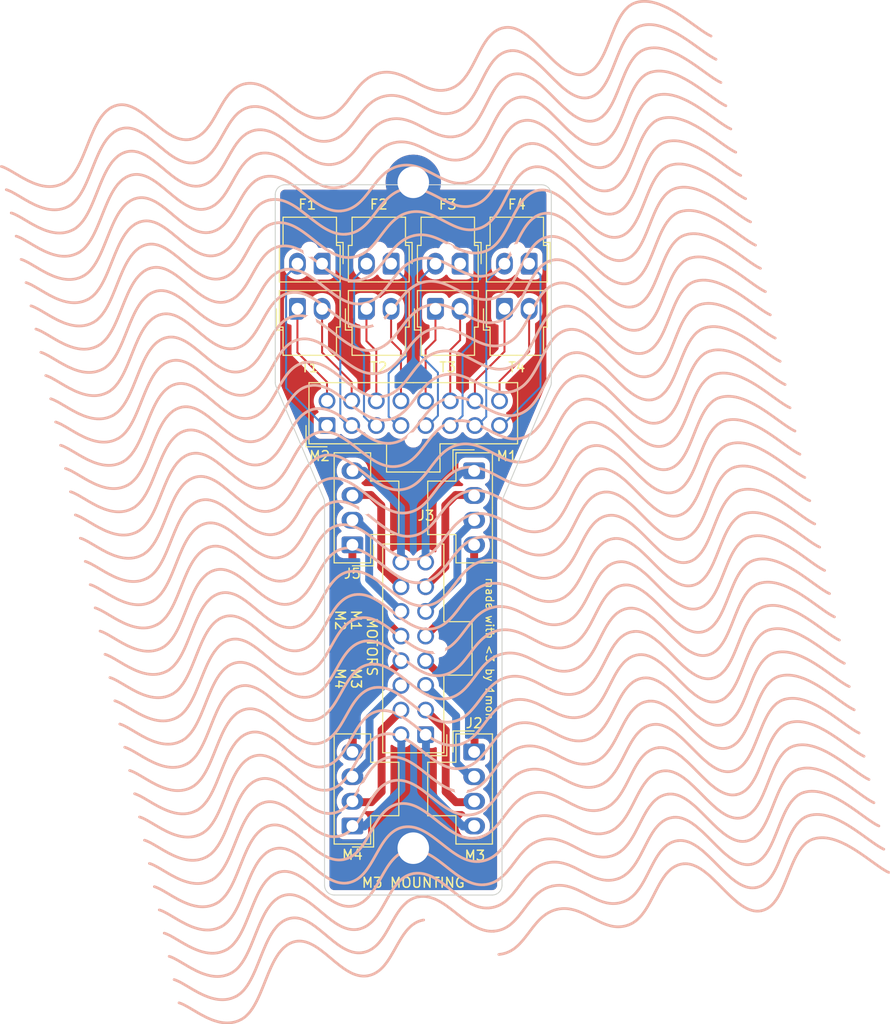
<source format=kicad_pcb>
(kicad_pcb (version 20241229) (generator "pcbnew") (generator_version "9.0")
  (layers (0 "F.Cu" signal) (2 "B.Cu" signal) (13 "F.Paste" user) (15 "B.Paste" user) (5 "F.SilkS" user "F.Silkscreen") (7 "B.SilkS" user "B.Silkscreen") (1 "F.Mask" user) (3 "B.Mask" user) (25 "Edge.Cuts" user))
  (net 0 "")
  (net 1 "/M2 A-")
  (net 2 "/M4 A+")
  (net 3 "/M1 B+")
  (net 4 "/M1 B-")
  (net 5 "/M3 B-")
  (net 6 "/M2 B-")
  (net 7 "/M4 B+")
  (net 8 "/M2 A+")
  (net 9 "/M4 B-")
  (net 10 "/M1 A-")
  (net 11 "/M4 A-")
  (net 12 "/M3 A+")
  (net 13 "/M2 B+")
  (net 14 "/M3 A-")
  (net 15 "/M1 A+")
  (net 16 "/M3 B+")
  (net 17 "/T1 B")
  (net 18 "/T1 A")
  (net 19 "/F1 +")
  (net 20 "/F1 -")
  (net 21 "/F4 -")
  (net 22 "/T3 B")
  (net 23 "/F3 +")
  (net 24 "/F4 +")
  (net 25 "/F3 -")
  (net 26 "/F2 -")
  (net 27 "/T4 A")
  (net 28 "/T3 A")
  (net 29 "/T2 B")
  (net 30 "/T2 A")
  (net 31 "/F2 +")
  (net 32 "/T4 B")
  (net 33 "GND")
  (footprint "MountingHole:MountingHole_3.2mm_M3_DIN965_Pad" (layer "F.Cu") (at 180.25 5)
    (property "Reference" "M3 MOUNTING" (hide yes))
    (property "Value" "MountingHole_Pad" (hide yes))
  )
  (footprint "Connector_Molex:Molex_Nano-Fit_105309-xx02_1x02_P2.50mm_Vertical" (layer "F.Cu") (at 175.5 17.825 90)
    (property "Reference" "T2")
    (property "Value" "MICROFIT_1x2_THT_V" (hide yes))
  )
  (footprint "Connector_Molex:Molex_Nano-Fit_105309-xx04_1x04_P2.50mm_Vertical" (layer "F.Cu") (at 174.075 41.75 180)
    (property "Reference" "J5")
    (property "Value" "MICROFIT_1x4_THT_V" (hide yes))
  )
  (footprint "Connector_Molex:Molex_Nano-Fit_105309-xx02_1x02_P2.50mm_Vertical" (layer "F.Cu") (at 192 13.25 -90)
    (property "Reference" "F4")
    (property "Value" "MICROFIT_1x2_THT_V" (hide yes))
  )
  (footprint "MountingHole:MountingHole_3.2mm_M3_DIN965_Pad" (layer "F.Cu") (at 180.25 72.5)
    (property "Reference" "M3 MOUNTING")
    (property "Value" "MountingHole_Pad" (hide yes))
  )
  (footprint "Connector_Molex:Molex_Nano-Fit_105309-xx02_1x02_P2.50mm_Vertical" (layer "F.Cu") (at 168.5 17.825 90)
    (property "Reference" "T1")
    (property "Value" "MICROFIT_1x2_THT_V" (hide yes))
  )
  (footprint "Connector_Molex:Molex_Nano-Fit_105309-xx02_1x02_P2.50mm_Vertical" (layer "F.Cu") (at 178 13.25 -90)
    (property "Reference" "F2")
    (property "Value" "MICROFIT_1x2_THT_V" (hide yes))
  )
  (footprint "Connector_Molex:Molex_Nano-Fit_105309-xx02_1x02_P2.50mm_Vertical" (layer "F.Cu") (at 185 13.25 -90)
    (property "Reference" "F3")
    (property "Value" "MICROFIT_1x2_THT_V" (hide yes))
  )
  (footprint "Connector_Molex:Molex_Nano-Fit_105309-xx02_1x02_P2.50mm_Vertical" (layer "F.Cu") (at 171 13.25 -90)
    (property "Reference" "F1")
    (property "Value" "MICROFIT_1x2_THT_V" (hide yes))
  )
  (footprint "Connector_Molex:Molex_Nano-Fit_105309-xx02_1x02_P2.50mm_Vertical" (layer "F.Cu") (at 182.5 17.825 90)
    (property "Reference" "T3")
    (property "Value" "MICROFIT_1x2_THT_V" (hide yes))
  )
  (footprint "Connector_Molex:Molex_Nano-Fit_105310-xx16_2x08_P2.50mm_Vertical" (layer "F.Cu") (at 171.5 29.66 90)
    (property "Reference" "J8" (hide yes))
    (property "Value" "MICROFIT_2x8_THT_V" (hide yes))
  )
  (footprint "Connector_Molex:Molex_Nano-Fit_105309-xx04_1x04_P2.50mm_Vertical" (layer "F.Cu") (at 174.075 70.25 180)
    (property "Reference" "M4")
    (property "Value" "MICROFIT_1x4_THT_V" (hide yes))
  )
  (footprint "Connector_Molex:Molex_Nano-Fit_105309-xx04_1x04_P2.50mm_Vertical" (layer "F.Cu") (at 186.425 62.75)
    (property "Reference" "J2")
    (property "Value" "MICROFIT_1x4_THT_V" (hide yes))
  )
  (footprint "Connector_Molex:Molex_Nano-Fit_105310-xx16_2x08_P2.50mm_Vertical" (layer "F.Cu") (at 181.5 61 180)
    (property "Reference" "J1" (hide yes))
    (property "Value" "MICROFIT_2x8_THT_V" (hide yes))
  )
  (footprint "Connector_Molex:Molex_Nano-Fit_105309-xx04_1x04_P2.50mm_Vertical" (layer "F.Cu") (at 186.425 34.25)
    (property "Reference" "M1")
    (property "Value" "MICROFIT_1x4_THT_V" (hide yes))
  )
  (footprint "Connector_Molex:Molex_Nano-Fit_105309-xx02_1x02_P2.50mm_Vertical" (layer "F.Cu") (at 189.5 17.825 90)
    (property "Reference" "T4")
    (property "Value" "MICROFIT_1x2_THT_V" (hide yes))
  )
  (gr_curve (pts (xy 157.596887 0.653729) (xy 160.365818 0.183516) (xy 160.506705 -4.552467) (xy 163.279648 -5.003809)) (stroke (width 0.277812) (color 128 128 128 1)) (layer "B.SilkS"))
  (gr_curve (pts (xy 168.285555 18.547131) (xy 171.058497 18.095787) (xy 173.091844 22.263117) (xy 175.912918 22.038226)) (stroke (width 0.277812) (color 128 128 128 1)) (layer "B.SilkS"))
  (gr_curve (pts (xy 207.519827 41.165697) (xy 210.276722 40.638869) (xy 210.159294 34.687597) (xy 212.856018 33.87771)) (stroke (width 0.277812) (color 128 128 128 1)) (layer "B.SilkS"))
  (gr_curve (pts (xy 215.358971 45.653181) (xy 218.055705 44.843287) (xy 221.382067 48.345247) (xy 222.967084 49.053691)) (stroke (width 0.277812) (color 128 128 128 1)) (layer "B.SilkS"))
  (gr_curve (pts (xy 190.551538 26.121837) (xy 193.216177 25.160981) (xy 193.313741 20.221191) (xy 196.118776 19.920815)) (stroke (width 0.277812) (color 128 128 128 1)) (layer "B.SilkS"))
  (gr_curve (pts (xy 209.522189 50.586072) (xy 212.279084 50.059244) (xy 212.161657 44.107975) (xy 214.85838 43.298082)) (stroke (width 0.277812) (color 128 128 128 1)) (layer "B.SilkS"))
  (gr_curve (pts (xy 174.11638 78.371831) (xy 176.885311 77.90162) (xy 177.026198 73.165637) (xy 179.799139 72.714289)) (stroke (width 0.277812) (color 128 128 128 1)) (layer "B.SilkS"))
  (gr_curve (pts (xy 176.413509 24.39332) (xy 179.234586 24.168428) (xy 179.590471 20.443929) (xy 182.327313 19.822748)) (stroke (width 0.277812) (color 128 128 128 1)) (layer "B.SilkS"))
  (gr_curve (pts (xy 194.055673 42.607496) (xy 196.720312 41.646638) (xy 196.817876 36.706849) (xy 199.622911 36.406473)) (stroke (width 0.277812) (color 128 128 128 1)) (layer "B.SilkS"))
  (gr_curve (pts (xy 173.615789 76.016737) (xy 176.384719 75.54652) (xy 176.525607 70.810543) (xy 179.298549 70.359195)) (stroke (width 0.277812) (color 128 128 128 1)) (layer "B.SilkS"))
  (gr_curve (pts (xy 203.344795 -10.869076) (xy 206.041529 -11.678967) (xy 209.367891 -8.177003) (xy 210.952908 -7.468561)) (stroke (width 0.277812) (color 128 128 128 1)) (layer "B.SilkS"))
  (gr_curve (pts (xy 175.412328 19.683133) (xy 178.233404 19.45824) (xy 178.589289 15.73374) (xy 181.326132 15.112559)) (stroke (width 0.277812) (color 128 128 128 1)) (layer "B.SilkS"))
  (gr_curve (pts (xy 154.279321 49.831471) (xy 156.679042 48.552176) (xy 156.827334 42.923115) (xy 159.5 42)) (stroke (width 0.277812) (color 128 128 128 1)) (layer "B.SilkS"))
  (gr_curve (pts (xy 173.291461 42.09807) (xy 176.064404 41.646726) (xy 178.097751 45.814055) (xy 180.918825 45.589165)) (stroke (width 0.277812) (color 128 128 128 1)) (layer "B.SilkS"))
  (gr_curve (pts (xy 197.508013 -5.936183) (xy 200.264909 -6.463009) (xy 200.147481 -12.414281) (xy 202.844204 -13.22417)) (stroke (width 0.277812) (color 128 128 128 1)) (layer "B.SilkS"))
  (gr_curve (pts (xy 162.503544 56.130564) (xy 165.176207 55.207449) (xy 167.342722 60.001292) (xy 170.111653 59.531075)) (stroke (width 0.277812) (color 128 128 128 1)) (layer "B.SilkS"))
  (gr_curve (pts (xy 206.018055 34.100415) (xy 208.77495 33.573588) (xy 208.657522 27.622315) (xy 211.354245 26.812426)) (stroke (width 0.277812) (color 128 128 128 1)) (layer "B.SilkS"))
  (gr_curve (pts (xy 212.025142 62.36154) (xy 214.782039 61.834719) (xy 214.66461 55.883444) (xy 217.361334 55.073556)) (stroke (width 0.277812) (color 128 128 128 1)) (layer "B.SilkS"))
  (gr_curve (pts (xy 190.050947 23.766743) (xy 192.715587 22.805887) (xy 192.813151 17.866099) (xy 195.618186 17.565723)) (stroke (width 0.277812) (color 128 128 128 1)) (layer "B.SilkS"))
  (gr_curve (pts (xy 192.553901 35.542214) (xy 195.21854 34.581356) (xy 195.316104 29.641568) (xy 198.121139 29.341192)) (stroke (width 0.277812) (color 128 128 128 1)) (layer "B.SilkS"))
  (gr_curve (pts (xy 165.105747 35.980138) (xy 167.874678 35.509923) (xy 168.015564 30.773941) (xy 170.788507 30.322599)) (stroke (width 0.277812) (color 128 128 128 1)) (layer "B.SilkS"))
  (gr_curve (pts (xy 160.00059 44.355093) (xy 162.673253 43.431977) (xy 164.839768 48.22582) (xy 167.608701 47.755609)) (stroke (width 0.277812) (color 128 128 128 1)) (layer "B.SilkS"))
  (gr_curve (pts (xy 167.784964 16.192037) (xy 170.557907 15.740694) (xy 172.591254 19.908022) (xy 175.412328 19.683133)) (stroke (width 0.277812) (color 128 128 128 1)) (layer "B.SilkS"))
  (gr_curve (pts (xy 212.355427 31.522616) (xy 215.052161 30.712724) (xy 218.378523 34.214688) (xy 219.96354 34.923129)) (stroke (width 0.277812) (color 128 128 128 1)) (layer "B.SilkS"))
  (gr_curve (pts (xy 191.11287 -3.630123) (xy 193.917899 -3.930498) (xy 196.252884 1.655927) (xy 199.009785 1.129099)) (stroke (width 0.277812) (color 128 128 128 1)) (layer "B.SilkS"))
  (gr_curve (pts (xy 161.788181 85.15788) (xy 164.187903 83.878587) (xy 164.336194 78.249525) (xy 167.00886 77.326409)) (stroke (width 0.277812) (color 128 128 128 1)) (layer "B.SilkS"))
  (gr_curve (pts (xy 167.10811 45.400513) (xy 169.877041 44.930302) (xy 170.017927 40.194316) (xy 172.79087 39.742976)) (stroke (width 0.277812) (color 128 128 128 1)) (layer "B.SilkS"))
  (gr_curve (pts (xy 151.490549 4.318496) (xy 154.163211 3.395381) (xy 156.329727 8.189225) (xy 159.098659 7.719011)) (stroke (width 0.277812) (color 128 128 128 1)) (layer "B.SilkS"))
  (gr_curve (pts (xy 209.351883 17.392051) (xy 212.048617 16.58216) (xy 215.374979 20.084125) (xy 216.959996 20.792566)) (stroke (width 0.277812) (color 128 128 128 1)) (layer "B.SilkS"))
  (gr_curve (pts (xy 204.846567 -3.803794) (xy 207.543301 -4.613685) (xy 210.869663 -1.111721) (xy 212.45468 -0.403279)) (stroke (width 0.277812) (color 128 128 128 1)) (layer "B.SilkS"))
  (gr_curve (pts (xy 140.97307 15.169298) (xy 142.28515 15.52156) (xy 144.871331 18.139451) (xy 147.271051 16.860156)) (stroke (width 0.277812) (color 128 128 128 1)) (layer "B.SilkS"))
  (gr_curve (pts (xy 152.987246 71.69155) (xy 154.299326 72.043817) (xy 156.885507 74.661705) (xy 159.285228 73.382412)) (stroke (width 0.277812) (color 128 128 128 1)) (layer "B.SilkS"))
  (gr_curve (pts (xy 210.353064 22.102238) (xy 213.049799 21.292349) (xy 216.376161 24.794312) (xy 217.961177 25.502754)) (stroke (width 0.277812) (color 128 128 128 1)) (layer "B.SilkS"))
  (gr_curve (pts (xy 162.102203 21.849575) (xy 164.871134 21.379362) (xy 165.012021 16.64338) (xy 167.784964 16.192037)) (stroke (width 0.277812) (color 128 128 128 1)) (layer "B.SilkS"))
  (gr_curve (pts (xy 195.618186 17.565723) (xy 198.423215 17.265349) (xy 200.7582 22.851772) (xy 203.515101 22.324943)) (stroke (width 0.277812) (color 128 128 128 1)) (layer "B.SilkS"))
  (gr_curve (pts (xy 150.484293 59.916082) (xy 151.796373 60.268348) (xy 154.382554 62.886236) (xy 156.782275 61.606943)) (stroke (width 0.277812) (color 128 128 128 1)) (layer "B.SilkS"))
  (gr_curve (pts (xy 150.274596 30.990721) (xy 152.674317 29.711426) (xy 152.822609 24.082364) (xy 155.495274 23.159248)) (stroke (width 0.277812) (color 128 128 128 1)) (layer "B.SilkS"))
  (gr_curve (pts (xy 171.407602 0.84238) (xy 174.228679 0.617489) (xy 174.584564 -3.107012) (xy 177.321406 -3.728193)) (stroke (width 0.277812) (color 128 128 128 1)) (layer "B.SilkS"))
  (gr_curve (pts (xy 179.298549 70.359195) (xy 182.071492 69.907852) (xy 184.10484 74.075186) (xy 186.925913 73.850293)) (stroke (width 0.277812) (color 128 128 128 1)) (layer "B.SilkS"))
  (gr_curve (pts (xy 205.347158 -1.4487) (xy 208.043892 -2.25859) (xy 211.370254 1.243373) (xy 212.955271 1.951815)) (stroke (width 0.277812) (color 128 128 128 1)) (layer "B.SilkS"))
  (gr_curve (pts (xy 204.015692 24.680037) (xy 206.772588 24.153213) (xy 206.655159 18.20194) (xy 209.351883 17.392051)) (stroke (width 0.277812) (color 128 128 128 1)) (layer "B.SilkS"))
  (gr_curve (pts (xy 156.997046 30.224528) (xy 159.669708 29.301412) (xy 161.836225 34.095258) (xy 164.605156 33.625044)) (stroke (width 0.277812) (color 128 128 128 1)) (layer "B.SilkS"))
  (gr_curve (pts (xy 190.336764 57.50425) (xy 193.073606 56.883068) (xy 194.895162 60.054011) (xy 197.559807 59.093152)) (stroke (width 0.277812) (color 128 128 128 1)) (layer "B.SilkS"))
  (gr_curve (pts (xy 211.524552 60.006446) (xy 214.281448 59.479625) (xy 214.164019 53.52835) (xy 216.860743 52.718463)) (stroke (width 0.277812) (color 128 128 128 1)) (layer "B.SilkS"))
  (gr_curve (pts (xy 174.61697 80.726925) (xy 177.385902 80.256714) (xy 177.526788 75.520731) (xy 180.29973 75.069383)) (stroke (width 0.277812) (color 128 128 128 1)) (layer "B.SilkS"))
  (gr_curve (pts (xy 149.774005 28.635626) (xy 152.173726 27.356332) (xy 152.322018 21.72727) (xy 154.994684 20.804154)) (stroke (width 0.277812) (color 128 128 128 1)) (layer "B.SilkS"))
  (gr_curve (pts (xy 150.775186 33.345813) (xy 153.174908 32.06652) (xy 153.3232 26.437459) (xy 155.995865 25.514343)) (stroke (width 0.277812) (color 128 128 128 1)) (layer "B.SilkS"))
  (gr_curve (pts (xy 214.357789 40.942989) (xy 217.054524 40.133099) (xy 220.380885 43.63506) (xy 221.965902 44.343503)) (stroke (width 0.277812) (color 128 128 128 1)) (layer "B.SilkS"))
  (gr_curve (pts (xy 207.850111 10.326771) (xy 210.546845 9.516879) (xy 213.873207 13.018841) (xy 215.458224 13.727285)) (stroke (width 0.277812) (color 128 128 128 1)) (layer "B.SilkS"))
  (gr_curve (pts (xy 177.796777 63.293914) (xy 180.56972 62.842571) (xy 182.603068 67.009904) (xy 185.424141 66.785012)) (stroke (width 0.277812) (color 128 128 128 1)) (layer "B.SilkS"))
  (gr_curve (pts (xy 153.993502 16.093967) (xy 156.666165 15.170851) (xy 158.83268 19.964694) (xy 161.601613 19.494481)) (stroke (width 0.277812) (color 128 128 128 1)) (layer "B.SilkS"))
  (gr_curve (pts (xy 151.986065 66.981362) (xy 153.298145 67.333629) (xy 155.884326 69.951517) (xy 158.284047 68.672225)) (stroke (width 0.277812) (color 128 128 128 1)) (layer "B.SilkS"))
  (gr_curve (pts (xy 191.552719 30.832025) (xy 194.217359 29.871169) (xy 194.314922 24.931378) (xy 197.119958 24.631004)) (stroke (width 0.277812) (color 128 128 128 1)) (layer "B.SilkS"))
  (gr_curve (pts (xy 152.276958 40.411094) (xy 154.676679 39.1318) (xy 154.824971 33.502738) (xy 157.497637 32.579622)) (stroke (width 0.277812) (color 128 128 128 1)) (layer "B.SilkS"))
  (gr_curve (pts (xy 178.823179 3.33709) (xy 181.560021 2.715909) (xy 183.381577 5.886851) (xy 186.046222 4.925993)) (stroke (width 0.277812) (color 128 128 128 1)) (layer "B.SilkS"))
  (gr_curve (pts (xy 180.32495 10.402371) (xy 183.061793 9.78119) (xy 184.883349 12.952133) (xy 187.547994 11.991275)) (stroke (width 0.277812) (color 128 128 128 1)) (layer "B.SilkS"))
  (gr_curve (pts (xy 206.348339 3.261488) (xy 209.045073 2.451597) (xy 212.371435 5.95356) (xy 213.956452 6.662003)) (stroke (width 0.277812) (color 128 128 128 1)) (layer "B.SilkS"))
  (gr_curve (pts (xy 180.800322 77.424482) (xy 183.573264 76.973134) (xy 185.606612 81.140467) (xy 188.427685 80.915574)) (stroke (width 0.277812) (color 128 128 128 1)) (layer "B.SilkS"))
  (gr_curve (pts (xy 186.832629 41.018593) (xy 189.569472 40.397411) (xy 191.391027 43.568353) (xy 194.055673 42.607496)) (stroke (width 0.277812) (color 128 128 128 1)) (layer "B.SilkS"))
  (gr_curve (pts (xy 159.59925 10.074105) (xy 162.368181 9.603892) (xy 162.509067 4.867909) (xy 165.28201 4.416567)) (stroke (width 0.277812) (color 128 128 128 1)) (layer "B.SilkS"))
  (gr_curve (pts (xy 182.921188 55.009543) (xy 185.742264 54.784649) (xy 186.098149 51.060149) (xy 188.834992 50.438969)) (stroke (width 0.277812) (color 128 128 128 1)) (layer "B.SilkS"))
  (gr_curve (pts (xy 157.998228 34.934718) (xy 160.67089 34.011602) (xy 162.837406 38.805445) (xy 165.606338 38.335232)) (stroke (width 0.277812) (color 128 128 128 1)) (layer "B.SilkS"))
  (gr_curve (pts (xy 150.984883 62.271175) (xy 152.296964 62.623442) (xy 154.883145 65.24133) (xy 157.282865 63.962037)) (stroke (width 0.277812) (color 128 128 128 1)) (layer "B.SilkS"))
  (gr_curve (pts (xy 209.021599 48.230978) (xy 211.778494 47.70415) (xy 211.661066 41.752881) (xy 214.357789 40.942989)) (stroke (width 0.277812) (color 128 128 128 1)) (layer "B.SilkS"))
  (gr_curve (pts (xy 202.51392 17.614758) (xy 205.270816 17.087931) (xy 205.153388 11.13666) (xy 207.850111 10.326771)) (stroke (width 0.277812) (color 128 128 128 1)) (layer "B.SilkS"))
  (gr_curve (pts (xy 147.480749 45.785519) (xy 148.792828 46.13778) (xy 151.379009 48.75567) (xy 153.77873 47.476377)) (stroke (width 0.277812) (color 128 128 128 1)) (layer "B.SilkS"))
  (gr_curve (pts (xy 187.927094 78.560481) (xy 190.748171 78.335587) (xy 191.104057 74.611092) (xy 193.840898 73.989906)) (stroke (width 0.277812) (color 128 128 128 1)) (layer "B.SilkS"))
  (gr_curve (pts (xy 206.631181 69.377791) (xy 209.43621 69.077413) (xy 211.771194 74.663837) (xy 214.528097 74.137015)) (stroke (width 0.277812) (color 128 128 128 1)) (layer "B.SilkS"))
  (gr_curve (pts (xy 175.293824 51.518445) (xy 178.066767 51.067102) (xy 180.100113 55.23443) (xy 182.921188 55.009543)) (stroke (width 0.277812) (color 128 128 128 1)) (layer "B.SilkS"))
  (gr_curve (pts (xy 163.504725 60.840752) (xy 166.177388 59.917637) (xy 168.343903 64.71148) (xy 171.112836 64.241268)) (stroke (width 0.277812) (color 128 128 128 1)) (layer "B.SilkS"))
  (gr_curve (pts (xy 198.62173 31.696286) (xy 201.426759 31.39591) (xy 203.761744 36.982335) (xy 206.518646 36.455509)) (stroke (width 0.277812) (color 128 128 128 1)) (layer "B.SilkS"))
  (gr_curve (pts (xy 158.784637 71.027318) (xy 161.184358 69.74802) (xy 161.33265 64.118963) (xy 164.005316 63.195846)) (stroke (width 0.277812) (color 128 128 128 1)) (layer "B.SilkS"))
  (gr_curve (pts (xy 204.345976 -6.158887) (xy 207.04271 -6.968779) (xy 210.369073 -3.466815) (xy 211.954089 -2.758374)) (stroke (width 0.277812) (color 128 128 128 1)) (layer "B.SilkS"))
  (gr_curve (pts (xy 161.101022 17.139387) (xy 163.869953 16.669174) (xy 164.010839 11.93319) (xy 166.783782 11.481848)) (stroke (width 0.277812) (color 128 128 128 1)) (layer "B.SilkS"))
  (gr_curve (pts (xy 155.995865 25.514343) (xy 158.668528 24.591227) (xy 160.835043 29.38507) (xy 163.603975 28.914856)) (stroke (width 0.277812) (color 128 128 128 1)) (layer "B.SilkS"))
  (gr_curve (pts (xy 163.780238 -2.648716) (xy 166.553181 -3.100058) (xy 168.586528 1.06727) (xy 171.407602 0.84238)) (stroke (width 0.277812) (color 128 128 128 1)) (layer "B.SilkS"))
  (gr_curve (pts (xy 183.421779 57.364636) (xy 186.242855 57.139743) (xy 186.59874 53.415243) (xy 189.335583 52.794062)) (stroke (width 0.277812) (color 128 128 128 1)) (layer "B.SilkS"))
  (gr_curve (pts (xy 187.047403 9.63618) (xy 189.712043 8.675324) (xy 189.809607 3.735535) (xy 192.614642 3.435159)) (stroke (width 0.277812) (color 128 128 128 1)) (layer "B.SilkS"))
  (gr_curve (pts (xy 165.782601 6.771661) (xy 168.555544 6.320318) (xy 170.588891 10.487646) (xy 173.409965 10.262755)) (stroke (width 0.277812) (color 128 128 128 1)) (layer "B.SilkS"))
  (gr_curve (pts (xy 207.019236 38.810603) (xy 209.776131 38.283775) (xy 209.658703 32.332503) (xy 212.355427 31.522616)) (stroke (width 0.277812) (color 128 128 128 1)) (layer "B.SilkS"))
  (gr_curve (pts (xy 170.907011 -1.512715) (xy 173.728088 -1.737605) (xy 174.083973 -5.462107) (xy 176.820816 -6.083288)) (stroke (width 0.277812) (color 128 128 128 1)) (layer "B.SilkS"))
  (gr_curve (pts (xy 185.831447 36.308403) (xy 188.568291 35.687224) (xy 190.389846 38.858165) (xy 193.054491 37.897308)) (stroke (width 0.277812) (color 128 128 128 1)) (layer "B.SilkS"))
  (gr_curve (pts (xy 165.507088 70.261127) (xy 168.17975 69.338011) (xy 170.346266 74.131855) (xy 173.115198 73.661644)) (stroke (width 0.277812) (color 128 128 128 1)) (layer "B.SilkS"))
  (gr_curve (pts (xy 161.601613 19.494481) (xy 164.370544 19.024268) (xy 164.51143 14.288285) (xy 167.284373 13.836942)) (stroke (width 0.277812) (color 128 128 128 1)) (layer "B.SilkS"))
  (gr_curve (pts (xy 193.340308 71.634812) (xy 196.07715 71.013631) (xy 197.898707 74.184579) (xy 200.563352 73.22372)) (stroke (width 0.277812) (color 128 128 128 1)) (layer "B.SilkS"))
  (gr_curve (pts (xy 159.285228 73.382412) (xy 161.68495 72.103119) (xy 161.833241 66.474056) (xy 164.505907 65.55094)) (stroke (width 0.277812) (color 128 128 128 1)) (layer "B.SilkS"))
  (gr_curve (pts (xy 215.859562 48.008275) (xy 218.556296 47.19838) (xy 221.882658 50.700346) (xy 223.467674 51.408785)) (stroke (width 0.277812) (color 128 128 128 1)) (layer "B.SilkS"))
  (gr_curve (pts (xy 203.515101 22.324943) (xy 206.271997 21.798119) (xy 206.154569 15.846847) (xy 208.851292 15.036959)) (stroke (width 0.277812) (color 128 128 128 1)) (layer "B.SilkS"))
  (gr_curve (pts (xy 193.115233 5.790253) (xy 195.920262 5.489879) (xy 198.255247 11.076302) (xy 201.012148 10.549476)) (stroke (width 0.277812) (color 128 128 128 1)) (layer "B.SilkS"))
  (gr_curve (pts (xy 159.5 42) (xy 162.172662 41.076884) (xy 164.339178 45.870727) (xy 167.10811 45.400513)) (stroke (width 0.277812) (color 128 128 128 1)) (layer "B.SilkS"))
  (gr_curve (pts (xy 162.288772 87.512974) (xy 164.688493 86.233681) (xy 164.836785 80.604619) (xy 167.50945 79.681502)) (stroke (width 0.277812) (color 128 128 128 1)) (layer "B.SilkS"))
  (gr_curve (pts (xy 200.06276 70.868621) (xy 202.727399 69.907763) (xy 202.824964 64.967977) (xy 205.63 64.667604)) (stroke (width 0.277812) (color 128 128 128 1)) (layer "B.SilkS"))
  (gr_curve (pts (xy 151.485474 64.626269) (xy 152.797554 64.978536) (xy 155.383735 67.596423) (xy 157.783456 66.317131)) (stroke (width 0.277812) (color 128 128 128 1)) (layer "B.SilkS"))
  (gr_curve (pts (xy 165.28201 4.416567) (xy 168.054953 3.965224) (xy 170.0883 8.132552) (xy 172.909374 7.907662)) (stroke (width 0.277812) (color 128 128 128 1)) (layer "B.SilkS"))
  (gr_curve (pts (xy 191.61346 -1.275029) (xy 194.41849 -1.575404) (xy 196.753474 4.011019) (xy 199.510376 3.484193)) (stroke (width 0.277812) (color 128 128 128 1)) (layer "B.SilkS"))
  (gr_curve (pts (xy 172.29028 37.387882) (xy 175.063223 36.936539) (xy 177.096569 41.103865) (xy 179.917644 40.878978)) (stroke (width 0.277812) (color 128 128 128 1)) (layer "B.SilkS"))
  (gr_curve (pts (xy 197.620549 26.986098) (xy 200.425578 26.685723) (xy 202.760562 32.272147) (xy 205.517464 31.745321)) (stroke (width 0.277812) (color 128 128 128 1)) (layer "B.SilkS"))
  (gr_curve (pts (xy 200.563352 73.22372) (xy 203.22799 72.262857) (xy 203.325555 67.323071) (xy 206.13059 67.022698)) (stroke (width 0.277812) (color 128 128 128 1)) (layer "B.SilkS"))
  (gr_curve (pts (xy 170.612245 61.886175) (xy 173.381175 61.415957) (xy 173.522062 56.679976) (xy 176.295005 56.228632)) (stroke (width 0.277812) (color 128 128 128 1)) (layer "B.SilkS"))
  (gr_curve (pts (xy 167.608701 47.755609) (xy 170.377632 47.285395) (xy 170.518518 42.54941) (xy 173.291461 42.09807)) (stroke (width 0.277812) (color 128 128 128 1)) (layer "B.SilkS"))
  (gr_curve (pts (xy 202.01333 15.259664) (xy 204.770225 14.732838) (xy 204.652797 8.781566) (xy 207.34952 7.971675)) (stroke (width 0.277812) (color 128 128 128 1)) (layer "B.SilkS"))
  (gr_curve (pts (xy 201.564533 77.933907) (xy 204.229171 76.973044) (xy 204.326736 72.033259) (xy 207.131772 71.732885)) (stroke (width 0.277812) (color 128 128 128 1)) (layer "B.SilkS"))
  (gr_curve (pts (xy 156.782275 61.606943) (xy 159.181995 60.327645) (xy 159.330288 54.698587) (xy 162.002953 53.775471)) (stroke (width 0.277812) (color 128 128 128 1)) (layer "B.SilkS"))
  (gr_curve (pts (xy 173.792052 44.453163) (xy 176.564995 44.00182) (xy 178.598342 48.169149) (xy 181.419415 47.944256)) (stroke (width 0.277812) (color 128 128 128 1)) (layer "B.SilkS"))
  (gr_curve (pts (xy 199.009785 1.129099) (xy 201.766681 0.602274) (xy 201.649253 -5.348999) (xy 204.345976 -6.158887)) (stroke (width 0.277812) (color 128 128 128 1)) (layer "B.SilkS"))
  (gr_curve (pts (xy 205.63 64.667604) (xy 208.435028 64.367226) (xy 210.770013 69.953651) (xy 213.526914 69.426821)) (stroke (width 0.277812) (color 128 128 128 1)) (layer "B.SilkS"))
  (gr_curve (pts (xy 207.632362 74.087979) (xy 210.437391 73.787601) (xy 212.772376 79.374025) (xy 215.529278 78.847202)) (stroke (width 0.277812) (color 128 128 128 1)) (layer "B.SilkS"))
  (gr_curve (pts (xy 179.799139 72.714289) (xy 182.572082 72.262946) (xy 184.60543 76.430279) (xy 187.426504 76.205387)) (stroke (width 0.277812) (color 128 128 128 1)) (layer "B.SilkS"))
  (gr_curve (pts (xy 160.600431 14.784294) (xy 163.369362 14.31408) (xy 163.510249 9.578097) (xy 166.283192 9.126754)) (stroke (width 0.277812) (color 128 128 128 1)) (layer "B.SilkS"))
  (gr_curve (pts (xy 189.611098 -10.695406) (xy 192.416127 -10.995779) (xy 194.751112 -5.409356) (xy 197.508013 -5.936183)) (stroke (width 0.277812) (color 128 128 128 1)) (layer "B.SilkS"))
  (gr_curve (pts (xy 154.779911 52.186562) (xy 157.179633 50.907269) (xy 157.327925 45.278209) (xy 160.00059 44.355093)) (stroke (width 0.277812) (color 128 128 128 1)) (layer "B.SilkS"))
  (gr_curve (pts (xy 191.838536 64.56953) (xy 194.575378 63.948349) (xy 196.396935 67.119298) (xy 199.061579 66.158434)) (stroke (width 0.277812) (color 128 128 128 1)) (layer "B.SilkS"))
  (gr_curve (pts (xy 171.613426 66.596362) (xy 174.382357 66.126145) (xy 174.523243 61.390163) (xy 177.296186 60.93882)) (stroke (width 0.277812) (color 128 128 128 1)) (layer "B.SilkS"))
  (gr_curve (pts (xy 176.914099 26.748412) (xy 179.735176 26.523522) (xy 180.091061 22.799023) (xy 182.827904 22.177842)) (stroke (width 0.277812) (color 128 128 128 1)) (layer "B.SilkS"))
  (gr_curve (pts (xy 220.364878 69.204119) (xy 223.061612 68.39423) (xy 226.387974 71.89619) (xy 227.972991 72.604635)) (stroke (width 0.277812) (color 128 128 128 1)) (layer "B.SilkS"))
  (gr_curve (pts (xy 149.483112 55.205894) (xy 150.795192 55.55816) (xy 153.381373 58.176048) (xy 155.781093 56.896756)) (stroke (width 0.277812) (color 128 128 128 1)) (layer "B.SilkS"))
  (gr_curve (pts (xy 186.332038 38.663497) (xy 189.068881 38.042318) (xy 190.890436 41.213259) (xy 193.555082 40.252402)) (stroke (width 0.277812) (color 128 128 128 1)) (layer "B.SilkS"))
  (gr_curve (pts (xy 141.974252 19.879486) (xy 143.286331 20.231748) (xy 145.872512 22.849638) (xy 148.272233 21.570345)) (stroke (width 0.277812) (color 128 128 128 1)) (layer "B.SilkS"))
  (gr_curve (pts (xy 176.820816 -6.083288) (xy 179.557659 -6.704468) (xy 181.379214 -3.533525) (xy 184.043859 -4.494383)) (stroke (width 0.277812) (color 128 128 128 1)) (layer "B.SilkS"))
  (gr_curve (pts (xy 185.924732 69.140105) (xy 188.745808 68.915212) (xy 189.101693 65.190712) (xy 191.838536 64.56953)) (stroke (width 0.277812) (color 128 128 128 1)) (layer "B.SilkS"))
  (gr_curve (pts (xy 193.840898 73.989906) (xy 196.577741 73.368725) (xy 198.399297 76.539673) (xy 201.063943 75.578814)) (stroke (width 0.277812) (color 128 128 128 1)) (layer "B.SilkS"))
  (gr_curve (pts (xy 155.4902 83.467025) (xy 156.80228 83.819286) (xy 159.38846 86.437174) (xy 161.788181 85.15788)) (stroke (width 0.277812) (color 128 128 128 1)) (layer "B.SilkS"))
  (gr_curve (pts (xy 161.502363 51.420377) (xy 164.175025 50.497262) (xy 166.341541 55.291105) (xy 169.110472 54.820887)) (stroke (width 0.277812) (color 128 128 128 1)) (layer "B.SilkS"))
  (gr_curve (pts (xy 198.008604 -3.581089) (xy 200.765499 -4.107915) (xy 200.648071 -10.059187) (xy 203.344795 -10.869076)) (stroke (width 0.277812) (color 128 128 128 1)) (layer "B.SilkS"))
  (gr_curve (pts (xy 183.829085 26.888028) (xy 186.565928 26.266849) (xy 188.387483 29.43779) (xy 191.052128 28.476931)) (stroke (width 0.277812) (color 128 128 128 1)) (layer "B.SilkS"))
  (gr_curve (pts (xy 186.546813 7.281087) (xy 189.211452 6.32023) (xy 189.309016 1.380441) (xy 192.114051 1.080065)) (stroke (width 0.277812) (color 128 128 128 1)) (layer "B.SilkS"))
  (gr_curve (pts (xy 178.916462 36.168787) (xy 181.737539 35.943899) (xy 182.093424 32.219397) (xy 184.830266 31.598215)) (stroke (width 0.277812) (color 128 128 128 1)) (layer "B.SilkS"))
  (gr_curve (pts (xy 180.918825 45.589165) (xy 183.739902 45.364274) (xy 184.095786 41.639772) (xy 186.832629 41.018593)) (stroke (width 0.277812) (color 128 128 128 1)) (layer "B.SilkS"))
  (gr_curve (pts (xy 155.990791 85.822119) (xy 157.30287 86.17438) (xy 159.889051 88.792268) (xy 162.288772 87.512974)) (stroke (width 0.277812) (color 128 128 128 1)) (layer "B.SilkS"))
  (gr_curve (pts (xy 187.426504 76.205387) (xy 190.24758 75.980494) (xy 190.603466 72.255999) (xy 193.340308 71.634812)) (stroke (width 0.277812) (color 128 128 128 1)) (layer "B.SilkS"))
  (gr_curve (pts (xy 197.119958 24.631004) (xy 199.924987 24.330629) (xy 202.259972 29.917053) (xy 205.016873 29.390225)) (stroke (width 0.277812) (color 128 128 128 1)) (layer "B.SilkS"))
  (gr_curve (pts (xy 166.283192 9.126754) (xy 169.056135 8.675412) (xy 171.089481 12.84274) (xy 173.910556 12.61785)) (stroke (width 0.277812) (color 128 128 128 1)) (layer "B.SilkS"))
  (gr_curve (pts (xy 192.114051 1.080065) (xy 194.919081 0.779691) (xy 197.254065 6.366114) (xy 200.010967 5.839287)) (stroke (width 0.277812) (color 128 128 128 1)) (layer "B.SilkS"))
  (gr_curve (pts (xy 171.908193 3.197474) (xy 174.72927 2.972583) (xy 175.085154 -0.751918) (xy 177.821997 -1.373099)) (stroke (width 0.277812) (color 128 128 128 1)) (layer "B.SilkS"))
  (gr_curve (pts (xy 173.115198 73.661644) (xy 175.884128 73.191426) (xy 176.025016 68.45545) (xy 178.797958 68.004102)) (stroke (width 0.277812) (color 128 128 128 1)) (layer "B.SilkS"))
  (gr_curve (pts (xy 207.34952 7.971675) (xy 210.046254 7.161785) (xy 213.372616 10.663748) (xy 214.957634 11.372191)) (stroke (width 0.277812) (color 128 128 128 1)) (layer "B.SilkS"))
  (gr_curve (pts (xy 213.526914 69.426821) (xy 216.283811 68.9) (xy 216.166382 62.948725) (xy 218.863106 62.138838)) (stroke (width 0.277812) (color 128 128 128 1)) (layer "B.SilkS"))
  (gr_curve (pts (xy 213.356608 36.232804) (xy 216.053342 35.422911) (xy 219.379705 38.924877) (xy 220.964721 39.633317)) (stroke (width 0.277812) (color 128 128 128 1)) (layer "B.SilkS"))
  (gr_curve (pts (xy 180.29973 75.069383) (xy 183.072673 74.61804) (xy 185.106021 78.785373) (xy 187.927094 78.560481)) (stroke (width 0.277812) (color 128 128 128 1)) (layer "B.SilkS"))
  (gr_curve (pts (xy 164.104566 31.26995) (xy 166.873497 30.799736) (xy 167.014383 26.063754) (xy 169.787326 25.612411)) (stroke (width 0.277812) (color 128 128 128 1)) (layer "B.SilkS"))
  (gr_curve (pts (xy 174.911737 17.328039) (xy 177.732814 17.103147) (xy 178.088698 13.378647) (xy 180.825541 12.757465)) (stroke (width 0.277812) (color 128 128 128 1)) (layer "B.SilkS"))
  (gr_curve (pts (xy 204.128228 57.602322) (xy 206.933256 57.301944) (xy 209.268241 62.888369) (xy 212.025142 62.36154)) (stroke (width 0.277812) (color 128 128 128 1)) (layer "B.SilkS"))
  (gr_curve (pts (xy 164.005316 63.195846) (xy 166.677979 62.272731) (xy 168.844494 67.066574) (xy 171.613426 66.596362)) (stroke (width 0.277812) (color 128 128 128 1)) (layer "B.SilkS"))
  (gr_curve (pts (xy 182.827904 22.177842) (xy 185.564747 21.55666) (xy 187.386303 24.727605) (xy 190.050947 23.766743)) (stroke (width 0.277812) (color 128 128 128 1)) (layer "B.SilkS"))
  (gr_curve (pts (xy 179.417053 38.523884) (xy 182.23813 38.298993) (xy 182.594014 34.574491) (xy 185.330857 33.953309)) (stroke (width 0.277812) (color 128 128 128 1)) (layer "B.SilkS"))
  (gr_curve (pts (xy 180.825541 12.757465) (xy 183.562384 12.136284) (xy 185.38394 15.307228) (xy 188.048585 14.346369)) (stroke (width 0.277812) (color 128 128 128 1)) (layer "B.SilkS"))
  (gr_curve (pts (xy 206.84893 5.616583) (xy 209.545664 4.806691) (xy 212.872026 8.308654) (xy 214.457043 9.017097)) (stroke (width 0.277812) (color 128 128 128 1)) (layer "B.SilkS"))
  (gr_curve (pts (xy 167.284373 13.836942) (xy 170.057316 13.3856) (xy 172.090663 17.552928) (xy 174.911737 17.328039)) (stroke (width 0.277812) (color 128 128 128 1)) (layer "B.SilkS"))
  (gr_curve (pts (xy 169.611063 57.175981) (xy 172.379994 56.70577) (xy 172.520881 51.969788) (xy 175.293824 51.518445)) (stroke (width 0.277812) (color 128 128 128 1)) (layer "B.SilkS"))
  (gr_curve (pts (xy 176.295005 56.228632) (xy 179.067948 55.777289) (xy 181.101296 59.944623) (xy 183.922369 59.71973)) (stroke (width 0.277812) (color 128 128 128 1)) (layer "B.SilkS"))
  (gr_curve (pts (xy 185.424141 66.785012) (xy 188.245217 66.560118) (xy 188.601102 62.835618) (xy 191.337945 62.214437)) (stroke (width 0.277812) (color 128 128 128 1)) (layer "B.SilkS"))
  (gr_curve (pts (xy 165.606338 38.335232) (xy 168.375269 37.86502) (xy 168.516155 33.129035) (xy 171.289098 32.677692)) (stroke (width 0.277812) (color 128 128 128 1)) (layer "B.SilkS"))
  (gr_curve (pts (xy 145.478386 36.365144) (xy 146.790466 36.717405) (xy 149.376647 39.335295) (xy 151.776367 38.056)) (stroke (width 0.277812) (color 128 128 128 1)) (layer "B.SilkS"))
  (gr_curve (pts (xy 175.117561 83.082019) (xy 177.886492 82.611807) (xy 178.027379 77.875825) (xy 180.800322 77.424482)) (stroke (width 0.277812) (color 128 128 128 1)) (layer "B.SilkS"))
  (gr_curve (pts (xy 188.334401 48.083875) (xy 191.071244 47.462693) (xy 192.892799 50.633636) (xy 195.557444 49.672777)) (stroke (width 0.277812) (color 128 128 128 1)) (layer "B.SilkS"))
  (gr_curve (pts (xy 146.479568 41.075331) (xy 147.791647 41.427593) (xy 150.377828 44.045482) (xy 152.777549 42.76619)) (stroke (width 0.277812) (color 128 128 128 1)) (layer "B.SilkS"))
  (gr_curve (pts (xy 167.00886 77.326409) (xy 169.681522 76.403293) (xy 171.848038 81.197137) (xy 174.61697 80.726925)) (stroke (width 0.277812) (color 128 128 128 1)) (layer "B.SilkS"))
  (gr_curve (pts (xy 186.046222 4.925993) (xy 188.710861 3.965136) (xy 188.808425 -0.974654) (xy 191.61346 -1.275029)) (stroke (width 0.277812) (color 128 128 128 1)) (layer "B.SilkS"))
  (gr_curve (pts (xy 190.111688 -8.340311) (xy 192.916718 -8.640685) (xy 195.251702 -3.054262) (xy 198.008604 -3.581089)) (stroke (width 0.277812) (color 128 128 128 1)) (layer "B.SilkS"))
  (gr_curve (pts (xy 138.470117 3.393828) (xy 139.782196 3.74609) (xy 142.368378 6.363981) (xy 144.768098 5.084686)) (stroke (width 0.277812) (color 128 128 128 1)) (layer "B.SilkS"))
  (gr_curve (pts (xy 196.558626 54.382965) (xy 199.223265 53.422107) (xy 199.32083 48.482321) (xy 202.125864 48.181941)) (stroke (width 0.277812) (color 128 128 128 1)) (layer "B.SilkS"))
  (gr_curve (pts (xy 196.619367 22.275911) (xy 199.424396 21.975535) (xy 201.759381 27.561959) (xy 204.516282 27.035131)) (stroke (width 0.277812) (color 128 128 128 1)) (layer "B.SilkS"))
  (gr_curve (pts (xy 200.010967 5.839287) (xy 202.767862 5.312461) (xy 202.650434 -0.638811) (xy 205.347158 -1.4487)) (stroke (width 0.277812) (color 128 128 128 1)) (layer "B.SilkS"))
  (gr_curve (pts (xy 162.602794 24.204669) (xy 165.371725 23.734455) (xy 165.512612 18.998474) (xy 168.285555 18.547131)) (stroke (width 0.277812) (color 128 128 128 1)) (layer "B.SilkS"))
  (gr_curve (pts (xy 204.628819 59.957416) (xy 207.433847 59.657038) (xy 209.768832 65.243463) (xy 212.525733 64.716634)) (stroke (width 0.277812) (color 128 128 128 1)) (layer "B.SilkS"))
  (gr_curve (pts (xy 208.851292 15.036959) (xy 211.548027 14.227068) (xy 214.874389 17.729031) (xy 216.459406 18.437473)) (stroke (width 0.277812) (color 128 128 128 1)) (layer "B.SilkS"))
  (gr_curve (pts (xy 216.860743 52.718463) (xy 219.557477 51.908568) (xy 222.883839 55.410534) (xy 224.468856 56.118972)) (stroke (width 0.277812) (color 128 128 128 1)) (layer "B.SilkS"))
  (gr_curve (pts (xy 201.012148 10.549476) (xy 203.769044 10.02265) (xy 203.651615 4.071377) (xy 206.348339 3.261488)) (stroke (width 0.277812) (color 128 128 128 1)) (layer "B.SilkS"))
  (gr_curve (pts (xy 186.425322 71.495199) (xy 189.246399 71.270306) (xy 189.602284 67.545806) (xy 192.339126 66.924624)) (stroke (width 0.277812) (color 128 128 128 1)) (layer "B.SilkS"))
  (gr_curve (pts (xy 214.528097 74.137015) (xy 217.284992 73.610187) (xy 217.167563 67.658913) (xy 219.864287 66.849025)) (stroke (width 0.277812) (color 128 128 128 1)) (layer "B.SilkS"))
  (gr_curve (pts (xy 153.487836 74.046644) (xy 154.799917 74.398911) (xy 157.386098 77.016799) (xy 159.785819 75.737506)) (stroke (width 0.277812) (color 128 128 128 1)) (layer "B.SilkS"))
  (gr_curve (pts (xy 147.271051 16.860156) (xy 149.670773 15.580861) (xy 149.819065 9.9518) (xy 152.49173 9.028684)) (stroke (width 0.277812) (color 128 128 128 1)) (layer "B.SilkS"))
  (gr_curve (pts (xy 208.521008 45.875884) (xy 211.277903 45.349056) (xy 211.160475 39.397784) (xy 213.857199 38.587898)) (stroke (width 0.277812) (color 128 128 128 1)) (layer "B.SilkS"))
  (gr_curve (pts (xy 151.275777 35.700906) (xy 153.675498 34.421614) (xy 153.82379 28.792552) (xy 156.496455 27.869435)) (stroke (width 0.277812) (color 128 128 128 1)) (layer "B.SilkS"))
  (gr_curve (pts (xy 159.785819 75.737506) (xy 162.18554 74.458212) (xy 162.333832 68.82915) (xy 165.006497 67.906033)) (stroke (width 0.277812) (color 128 128 128 1)) (layer "B.SilkS"))
  (gr_curve (pts (xy 154.98961 81.111931) (xy 156.301689 81.464192) (xy 158.88787 84.08208) (xy 161.28759 82.802786)) (stroke (width 0.277812) (color 128 128 128 1)) (layer "B.SilkS"))
  (gr_curve (pts (xy 204.516282 27.035131) (xy 207.273178 26.508307) (xy 207.15575 20.557034) (xy 209.852473 19.747144)) (stroke (width 0.277812) (color 128 128 128 1)) (layer "B.SilkS"))
  (gr_curve (pts (xy 168.609881 52.465793) (xy 171.378813 51.995582) (xy 171.519699 47.259598) (xy 174.292642 46.808257)) (stroke (width 0.277812) (color 128 128 128 1)) (layer "B.SilkS"))
  (gr_curve (pts (xy 199.622911 36.406473) (xy 202.427941 36.1061) (xy 204.762926 41.692525) (xy 207.519827 41.165697)) (stroke (width 0.277812) (color 128 128 128 1)) (layer "B.SilkS"))
  (gr_curve (pts (xy 198.060398 61.448246) (xy 200.725037 60.487388) (xy 200.822602 55.547602) (xy 203.627636 55.247223)) (stroke (width 0.277812) (color 128 128 128 1)) (layer "B.SilkS"))
  (gr_curve (pts (xy 144.768098 5.084686) (xy 147.167819 3.805391) (xy 147.316111 -1.82367) (xy 149.988777 -2.746786)) (stroke (width 0.277812) (color 128 128 128 1)) (layer "B.SilkS"))
  (gr_curve (pts (xy 188.427685 80.915574) (xy 191.248761 80.690681) (xy 191.604647 76.966186) (xy 194.341489 76.344999)) (stroke (width 0.277812) (color 128 128 128 1)) (layer "B.SilkS"))
  (gr_curve (pts (xy 202.125864 48.181941) (xy 204.930894 47.881569) (xy 207.265879 53.467994) (xy 210.02278 52.941166)) (stroke (width 0.277812) (color 128 128 128 1)) (layer "B.SilkS"))
  (gr_curve (pts (xy 161.001772 49.065281) (xy 163.674434 48.142165) (xy 165.84095 52.936011) (xy 168.609881 52.465793)) (stroke (width 0.277812) (color 128 128 128 1)) (layer "B.SilkS"))
  (gr_curve (pts (xy 192.05331 33.18712) (xy 194.717949 32.226263) (xy 194.815514 27.286475) (xy 197.620549 26.986098)) (stroke (width 0.277812) (color 128 128 128 1)) (layer "B.SilkS"))
  (gr_curve (pts (xy 154.994684 20.804154) (xy 157.667346 19.881038) (xy 159.833862 24.674882) (xy 162.602794 24.204669)) (stroke (width 0.277812) (color 128 128 128 1)) (layer "B.SilkS"))
  (gr_curve (pts (xy 189.335583 52.794062) (xy 192.072425 52.17288) (xy 193.893981 55.343823) (xy 196.558626 54.382965)) (stroke (width 0.277812) (color 128 128 128 1)) (layer "B.SilkS"))
  (gr_curve (pts (xy 218.863106 62.138838) (xy 221.55984 61.328948) (xy 224.886202 64.830909) (xy 226.471219 65.539353)) (stroke (width 0.277812) (color 128 128 128 1)) (layer "B.SilkS"))
  (gr_curve (pts (xy 175.912918 22.038226) (xy 178.733995 21.813334) (xy 179.08988 18.088834) (xy 181.826722 17.467652)) (stroke (width 0.277812) (color 128 128 128 1)) (layer "B.SilkS"))
  (gr_curve (pts (xy 168.010041 82.036596) (xy 170.682703 81.11348) (xy 172.849219 85.907324) (xy 175.618151 85.437112)) (stroke (width 0.277812) (color 128 128 128 1)) (layer "B.SilkS"))
  (gr_curve (pts (xy 203.127045 52.892129) (xy 205.932075 52.591757) (xy 208.26706 58.178182) (xy 211.023961 57.651352)) (stroke (width 0.277812) (color 128 128 128 1)) (layer "B.SilkS"))
  (gr_curve (pts (xy 150.489368 -0.391692) (xy 153.16203 -1.314808) (xy 155.328546 3.479036) (xy 158.097478 3.008823)) (stroke (width 0.277812) (color 128 128 128 1)) (layer "B.SilkS"))
  (gr_curve (pts (xy 177.321406 -3.728193) (xy 180.058249 -4.349374) (xy 181.879805 -1.178431) (xy 184.54445 -2.13929)) (stroke (width 0.277812) (color 128 128 128 1)) (layer "B.SilkS"))
  (gr_curve (pts (xy 146.26987 12.149968) (xy 148.669591 10.870674) (xy 148.817883 5.241613) (xy 151.490549 4.318496)) (stroke (width 0.277812) (color 128 128 128 1)) (layer "B.SilkS"))
  (gr_curve (pts (xy 160.787 80.447694) (xy 163.186721 79.1684) (xy 163.335013 73.539338) (xy 166.007678 72.616221)) (stroke (width 0.277812) (color 128 128 128 1)) (layer "B.SilkS"))
  (gr_curve (pts (xy 208.020417 43.520791) (xy 210.777312 42.993962) (xy 210.659884 37.04269) (xy 213.356608 36.232804)) (stroke (width 0.277812) (color 128 128 128 1)) (layer "B.SilkS"))
  (gr_curve (pts (xy 144.977795 34.010047) (xy 146.289875 34.362311) (xy 148.876056 36.980201) (xy 151.275777 35.700906)) (stroke (width 0.277812) (color 128 128 128 1)) (layer "B.SilkS"))
  (gr_curve (pts (xy 189.550357 21.41165) (xy 192.214996 20.450793) (xy 192.31256 15.511004) (xy 195.117595 15.210629)) (stroke (width 0.277812) (color 128 128 128 1)) (layer "B.SilkS"))
  (gr_curve (pts (xy 177.41469 29.103506) (xy 180.235767 28.878616) (xy 180.591651 25.154113) (xy 183.328494 24.532934)) (stroke (width 0.277812) (color 128 128 128 1)) (layer "B.SilkS"))
  (gr_curve (pts (xy 188.048585 14.346369) (xy 190.713224 13.385511) (xy 190.810788 8.445722) (xy 193.615823 8.145347)) (stroke (width 0.277812) (color 128 128 128 1)) (layer "B.SilkS"))
  (gr_curve (pts (xy 188.549175 16.701463) (xy 191.213815 15.740605) (xy 191.311379 10.800816) (xy 194.116414 10.500442)) (stroke (width 0.277812) (color 128 128 128 1)) (layer "B.SilkS"))
  (gr_curve (pts (xy 197.059216 56.738058) (xy 199.723856 55.777201) (xy 199.82142 50.837415) (xy 202.626455 50.537035)) (stroke (width 0.277812) (color 128 128 128 1)) (layer "B.SilkS"))
  (gr_curve (pts (xy 190.837355 59.859344) (xy 193.574197 59.238162) (xy 195.395754 62.409111) (xy 198.060398 61.448246)) (stroke (width 0.277812) (color 128 128 128 1)) (layer "B.SilkS"))
  (gr_curve (pts (xy 195.557444 49.672777) (xy 198.222084 48.711919) (xy 198.319648 43.772133) (xy 201.124683 43.471755)) (stroke (width 0.277812) (color 128 128 128 1)) (layer "B.SilkS"))
  (gr_curve (pts (xy 186.925913 73.850293) (xy 189.746989 73.6254) (xy 190.102875 69.900905) (xy 192.839717 69.279718)) (stroke (width 0.277812) (color 128 128 128 1)) (layer "B.SilkS"))
  (gr_curve (pts (xy 169.110472 54.820887) (xy 171.879403 54.350676) (xy 172.02029 49.614694) (xy 174.793233 49.163351)) (stroke (width 0.277812) (color 128 128 128 1)) (layer "B.SilkS"))
  (gr_curve (pts (xy 181.826722 17.467652) (xy 184.563565 16.846472) (xy 186.385121 20.017415) (xy 189.049766 19.056557)) (stroke (width 0.277812) (color 128 128 128 1)) (layer "B.SilkS"))
  (gr_curve (pts (xy 162.002953 53.775471) (xy 164.675616 52.852356) (xy 166.842132 57.646199) (xy 169.611063 57.175981)) (stroke (width 0.277812) (color 128 128 128 1)) (layer "B.SilkS"))
  (gr_curve (pts (xy 208.350702 12.681865) (xy 211.047436 11.871972) (xy 214.373798 15.373937) (xy 215.958815 16.082379)) (stroke (width 0.277812) (color 128 128 128 1)) (layer "B.SilkS"))
  (gr_curve (pts (xy 163.103385 26.559764) (xy 165.872315 26.089549) (xy 166.013202 21.353568) (xy 168.786145 20.902224)) (stroke (width 0.277812) (color 128 128 128 1)) (layer "B.SilkS"))
  (gr_curve (pts (xy 199.56217 68.513527) (xy 202.226809 67.55267) (xy 202.324374 62.612884) (xy 205.129409 62.31251)) (stroke (width 0.277812) (color 128 128 128 1)) (layer "B.SilkS"))
  (gr_curve (pts (xy 215.028687 76.492109) (xy 217.785582 75.96528) (xy 217.668154 70.014007) (xy 220.364878 69.204119)) (stroke (width 0.277812) (color 128 128 128 1)) (layer "B.SilkS"))
  (gr_curve (pts (xy 153.77873 47.476377) (xy 156.178451 46.197082) (xy 156.326743 40.568022) (xy 158.999409 39.644906)) (stroke (width 0.277812) (color 128 128 128 1)) (layer "B.SilkS"))
  (gr_curve (pts (xy 149.273414 26.280532) (xy 151.673136 25.001238) (xy 151.821427 19.372176) (xy 154.494093 18.449061)) (stroke (width 0.277812) (color 128 128 128 1)) (layer "B.SilkS"))
  (gr_curve (pts (xy 189.049766 19.056557) (xy 191.714405 18.095699) (xy 191.811969 13.15591) (xy 194.617005 12.855535)) (stroke (width 0.277812) (color 128 128 128 1)) (layer "B.SilkS"))
  (gr_curve (pts (xy 179.323769 5.692183) (xy 182.060612 5.071002) (xy 183.882167 8.241945) (xy 186.546813 7.281087)) (stroke (width 0.277812) (color 128 128 128 1)) (layer "B.SilkS"))
  (gr_curve (pts (xy 145.76928 9.794875) (xy 148.169001 8.51558) (xy 148.317293 2.886519) (xy 150.989958 1.963402)) (stroke (width 0.277812) (color 128 128 128 1)) (layer "B.SilkS"))
  (gr_curve (pts (xy 158.498818 37.289812) (xy 161.171481 36.366696) (xy 163.337996 41.160539) (xy 166.106928 40.690325)) (stroke (width 0.277812) (color 128 128 128 1)) (layer "B.SilkS"))
  (gr_curve (pts (xy 185.545631 2.570899) (xy 188.21027 1.610041) (xy 188.307835 -3.329748) (xy 191.11287 -3.630123)) (stroke (width 0.277812) (color 128 128 128 1)) (layer "B.SilkS"))
  (gr_curve (pts (xy 217.361334 55.073556) (xy 220.058068 54.263662) (xy 223.38443 57.765628) (xy 224.969447 58.474072)) (stroke (width 0.277812) (color 128 128 128 1)) (layer "B.SilkS"))
  (gr_curve (pts (xy 181.419415 47.944256) (xy 184.240492 47.719368) (xy 184.596377 43.994866) (xy 187.33322 43.373687)) (stroke (width 0.277812) (color 128 128 128 1)) (layer "B.SilkS"))
  (gr_curve (pts (xy 203.845385 -8.513982) (xy 206.54212 -9.323873) (xy 209.868482 -5.821909) (xy 211.453499 -5.113467)) (stroke (width 0.277812) (color 128 128 128 1)) (layer "B.SilkS"))
  (gr_curve (pts (xy 178.322588 0.981995) (xy 181.05943 0.360814) (xy 182.880986 3.531757) (xy 185.545631 2.570899)) (stroke (width 0.277812) (color 128 128 128 1)) (layer "B.SilkS"))
  (gr_curve (pts (xy 206.13059 67.022698) (xy 208.935619 66.722319) (xy 211.270604 72.308745) (xy 214.027505 71.781915)) (stroke (width 0.277812) (color 128 128 128 1)) (layer "B.SilkS"))
  (gr_curve (pts (xy 171.112836 64.241268) (xy 173.881766 63.771051) (xy 174.022653 59.035069) (xy 176.795596 58.583726)) (stroke (width 0.277812) (color 128 128 128 1)) (layer "B.SilkS"))
  (gr_curve (pts (xy 166.783782 11.481848) (xy 169.556726 11.030506) (xy 171.590072 15.197835) (xy 174.411146 14.972943)) (stroke (width 0.277812) (color 128 128 128 1)) (layer "B.SilkS"))
  (gr_curve (pts (xy 166.607519 43.045419) (xy 169.37645 42.575208) (xy 169.517336 37.839222) (xy 172.29028 37.387882)) (stroke (width 0.277812) (color 128 128 128 1)) (layer "B.SilkS"))
  (gr_curve (pts (xy 199.510376 3.484193) (xy 202.267272 2.957368) (xy 202.149843 -2.993905) (xy 204.846567 -3.803794)) (stroke (width 0.277812) (color 128 128 128 1)) (layer "B.SilkS"))
  (gr_curve (pts (xy 205.517464 31.745321) (xy 208.274359 31.218494) (xy 208.156931 25.267221) (xy 210.853655 24.457332)) (stroke (width 0.277812) (color 128 128 128 1)) (layer "B.SilkS"))
  (gr_curve (pts (xy 147.771642 19.215251) (xy 150.171363 17.935955) (xy 150.319656 12.306895) (xy 152.992321 11.383778)) (stroke (width 0.277812) (color 128 128 128 1)) (layer "B.SilkS"))
  (gr_curve (pts (xy 153.492912 13.738872) (xy 156.165574 12.815756) (xy 158.33209 17.6096) (xy 161.101022 17.139387)) (stroke (width 0.277812) (color 128 128 128 1)) (layer "B.SilkS"))
  (gr_curve (pts (xy 199.061579 66.158434) (xy 201.726218 65.197576) (xy 201.823783 60.25779) (xy 204.628819 59.957416)) (stroke (width 0.277812) (color 128 128 128 1)) (layer "B.SilkS"))
  (gr_curve (pts (xy 152.777549 42.76619) (xy 155.17727 41.486894) (xy 155.325562 35.857834) (xy 157.998228 34.934718)) (stroke (width 0.277812) (color 128 128 128 1)) (layer "B.SilkS"))
  (gr_curve (pts (xy 193.615823 8.145347) (xy 196.420852 7.844972) (xy 198.755837 13.431396) (xy 201.512739 12.90457)) (stroke (width 0.277812) (color 128 128 128 1)) (layer "B.SilkS"))
  (gr_curve (pts (xy 212.856018 33.87771) (xy 215.552752 33.067818) (xy 218.879114 36.569783) (xy 220.464131 37.278223)) (stroke (width 0.277812) (color 128 128 128 1)) (layer "B.SilkS"))
  (gr_curve (pts (xy 178.297368 65.649008) (xy 181.07031 65.197665) (xy 183.103658 69.364998) (xy 185.924732 69.140105)) (stroke (width 0.277812) (color 128 128 128 1)) (layer "B.SilkS"))
  (gr_curve (pts (xy 187.547994 11.991275) (xy 190.212633 11.030417) (xy 190.310197 6.090628) (xy 193.115233 5.790253)) (stroke (width 0.277812) (color 128 128 128 1)) (layer "B.SilkS"))
  (gr_curve (pts (xy 181.920006 50.29935) (xy 184.741083 50.074462) (xy 185.096968 46.349962) (xy 187.833811 45.728781)) (stroke (width 0.277812) (color 128 128 128 1)) (layer "B.SilkS"))
  (gr_curve (pts (xy 176.795596 58.583726) (xy 179.568539 58.132383) (xy 181.601886 62.299717) (xy 184.42296 62.074824)) (stroke (width 0.277812) (color 128 128 128 1)) (layer "B.SilkS"))
  (gr_curve (pts (xy 201.124683 43.471755) (xy 203.929712 43.171381) (xy 206.264698 48.757807) (xy 209.021599 48.230978)) (stroke (width 0.277812) (color 128 128 128 1)) (layer "B.SilkS"))
  (gr_curve (pts (xy 151.776367 38.056) (xy 154.176089 36.776707) (xy 154.32438 31.147644) (xy 156.997046 30.224528)) (stroke (width 0.277812) (color 128 128 128 1)) (layer "B.SilkS"))
  (gr_curve (pts (xy 146.770461 14.505062) (xy 149.170182 13.225767) (xy 149.318474 7.596706) (xy 151.99114 6.673591)) (stroke (width 0.277812) (color 128 128 128 1)) (layer "B.SilkS"))
  (gr_curve (pts (xy 141.473661 17.524392) (xy 142.78574 17.876654) (xy 145.371922 20.494545) (xy 147.771642 19.215251)) (stroke (width 0.277812) (color 128 128 128 1)) (layer "B.SilkS"))
  (gr_curve (pts (xy 192.839717 69.279718) (xy 195.57656 68.658537) (xy 197.398116 71.829485) (xy 200.06276 70.868621)) (stroke (width 0.277812) (color 128 128 128 1)) (layer "B.SilkS"))
  (gr_curve (pts (xy 149.988777 -2.746786) (xy 152.661439 -3.669902) (xy 154.827955 1.123942) (xy 157.596887 0.653729)) (stroke (width 0.277812) (color 128 128 128 1)) (layer "B.SilkS"))
  (gr_curve (pts (xy 177.296186 60.93882) (xy 180.069129 60.487477) (xy 182.102477 64.65481) (xy 184.92355 64.429918)) (stroke (width 0.277812) (color 128 128 128 1)) (layer "B.SilkS"))
  (gr_curve (pts (xy 150.989958 1.963402) (xy 153.662621 1.040286) (xy 155.829137 5.834131) (xy 158.598069 5.363917)) (stroke (width 0.277812) (color 128 128 128 1)) (layer "B.SilkS"))
  (gr_curve (pts (xy 143.476023 26.944767) (xy 144.788103 27.297031) (xy 147.374285 29.914922) (xy 149.774005 28.635626)) (stroke (width 0.277812) (color 128 128 128 1)) (layer "B.SilkS"))
  (gr_curve (pts (xy 188.928276 83.270668) (xy 191.749352 83.045775) (xy 192.105238 79.32128) (xy 194.842079 78.700093)) (stroke (width 0.277812) (color 128 128 128 1)) (layer "B.SilkS"))
  (gr_curve (pts (xy 200.123502 38.761567) (xy 202.928531 38.461194) (xy 205.263516 44.047619) (xy 208.020417 43.520791)) (stroke (width 0.277812) (color 128 128 128 1)) (layer "B.SilkS"))
  (gr_curve (pts (xy 157.282865 63.962037) (xy 159.682586 62.682738) (xy 159.830879 57.053681) (xy 162.503544 56.130564)) (stroke (width 0.277812) (color 128 128 128 1)) (layer "B.SilkS"))
  (gr_curve (pts (xy 157.497637 32.579622) (xy 160.1703 31.656508) (xy 162.336815 36.450351) (xy 165.105747 35.980138)) (stroke (width 0.277812) (color 128 128 128 1)) (layer "B.SilkS"))
  (gr_curve (pts (xy 166.106928 40.690325) (xy 168.87586 40.220114) (xy 169.016746 35.484129) (xy 171.789689 35.032786)) (stroke (width 0.277812) (color 128 128 128 1)) (layer "B.SilkS"))
  (gr_curve (pts (xy 152.49173 9.028684) (xy 155.164393 8.105568) (xy 157.330909 12.899412) (xy 160.09984 12.429199)) (stroke (width 0.277812) (color 128 128 128 1)) (layer "B.SilkS"))
  (gr_curve (pts (xy 174.793233 49.163351) (xy 177.566176 48.712008) (xy 179.599523 52.879336) (xy 182.420597 52.654449)) (stroke (width 0.277812) (color 128 128 128 1)) (layer "B.SilkS"))
  (gr_curve (pts (xy 160.286409 78.0926) (xy 162.686131 76.813306) (xy 162.834422 71.184244) (xy 165.507088 70.261127)) (stroke (width 0.277812) (color 128 128 128 1)) (layer "B.SilkS"))
  (gr_curve (pts (xy 191.052128 28.476931) (xy 193.716768 27.516075) (xy 193.814332 22.576284) (xy 196.619367 22.275911)) (stroke (width 0.277812) (color 128 128 128 1)) (layer "B.SilkS"))
  (gr_curve (pts (xy 214.027505 71.781915) (xy 216.784401 71.255093) (xy 216.666973 65.303819) (xy 219.363697 64.493932)) (stroke (width 0.277812) (color 128 128 128 1)) (layer "B.SilkS"))
  (gr_curve (pts (xy 153.27814 45.121284) (xy 155.677861 43.841988) (xy 155.826153 38.212928) (xy 158.498818 37.289812)) (stroke (width 0.277812) (color 128 128 128 1)) (layer "B.SilkS"))
  (gr_curve (pts (xy 155.280503 54.541662) (xy 157.680223 53.262363) (xy 157.828515 47.633303) (xy 160.501181 46.710187)) (stroke (width 0.277812) (color 128 128 128 1)) (layer "B.SilkS"))
  (gr_curve (pts (xy 161.28759 82.802786) (xy 163.687312 81.523494) (xy 163.835604 75.894432) (xy 166.508269 74.971315)) (stroke (width 0.277812) (color 128 128 128 1)) (layer "B.SilkS"))
  (gr_curve (pts (xy 144.477205 31.654956) (xy 145.789285 32.007219) (xy 148.375466 34.625107) (xy 150.775186 33.345813)) (stroke (width 0.277812) (color 128 128 128 1)) (layer "B.SilkS"))
  (gr_curve (pts (xy 158.598069 5.363917) (xy 161.366999 4.893704) (xy 161.507886 0.15772) (xy 164.280829 -0.293622)) (stroke (width 0.277812) (color 128 128 128 1)) (layer "B.SilkS"))
  (gr_curve (pts (xy 210.52337 55.296259) (xy 213.280267 54.769437) (xy 213.162838 48.818162) (xy 215.859562 48.008275)) (stroke (width 0.277812) (color 128 128 128 1)) (layer "B.SilkS"))
  (gr_curve (pts (xy 192.614642 3.435159) (xy 195.419671 3.134785) (xy 197.754656 8.721208) (xy 200.511557 8.194381)) (stroke (width 0.277812) (color 128 128 128 1)) (layer "B.SilkS"))
  (gr_curve (pts (xy 182.327313 19.822748) (xy 185.064156 19.201566) (xy 186.885712 22.372511) (xy 189.550357 21.41165)) (stroke (width 0.277812) (color 128 128 128 1)) (layer "B.SilkS"))
  (gr_curve (pts (xy 194.116414 10.500442) (xy 196.921443 10.200066) (xy 199.256428 15.78649) (xy 202.01333 15.259664)) (stroke (width 0.277812) (color 128 128 128 1)) (layer "B.SilkS"))
  (gr_curve (pts (xy 170.287917 27.967505) (xy 173.06086 27.516164) (xy 175.094207 31.68349) (xy 177.91528 31.4586)) (stroke (width 0.277812) (color 128 128 128 1)) (layer "B.SilkS"))
  (gr_curve (pts (xy 175.794414 53.873539) (xy 178.567357 53.422195) (xy 180.600705 57.589529) (xy 183.421779 57.364636)) (stroke (width 0.277812) (color 128 128 128 1)) (layer "B.SilkS"))
  (gr_curve (pts (xy 210.02278 52.941166) (xy 212.779675 52.414338) (xy 212.662248 46.463069) (xy 215.358971 45.653181)) (stroke (width 0.277812) (color 128 128 128 1)) (layer "B.SilkS"))
  (gr_curve (pts (xy 193.555082 40.252402) (xy 196.219721 39.291544) (xy 196.317285 34.351755) (xy 199.12232 34.05138)) (stroke (width 0.277812) (color 128 128 128 1)) (layer "B.SilkS"))
  (gr_curve (pts (xy 185.330857 33.953309) (xy 188.0677 33.33213) (xy 189.889255 36.503071) (xy 192.553901 35.542214)) (stroke (width 0.277812) (color 128 128 128 1)) (layer "B.SilkS"))
  (gr_curve (pts (xy 218.362515 59.783744) (xy 221.059249 58.973849) (xy 224.385611 62.475815) (xy 225.970629 63.18426)) (stroke (width 0.277812) (color 128 128 128 1)) (layer "B.SilkS"))
  (gr_curve (pts (xy 200.624092 41.116661) (xy 203.429122 40.816288) (xy 205.764107 46.402713) (xy 208.521008 45.875884)) (stroke (width 0.277812) (color 128 128 128 1)) (layer "B.SilkS"))
  (gr_curve (pts (xy 171.789689 35.032786) (xy 174.562632 34.581445) (xy 176.595979 38.748772) (xy 179.417053 38.523884)) (stroke (width 0.277812) (color 128 128 128 1)) (layer "B.SilkS"))
  (gr_curve (pts (xy 212.525733 64.716634) (xy 215.282629 64.189812) (xy 215.165201 58.238538) (xy 217.861925 57.42865)) (stroke (width 0.277812) (color 128 128 128 1)) (layer "B.SilkS"))
  (gr_curve (pts (xy 177.91528 31.4586) (xy 180.736358 31.233711) (xy 181.092242 27.509207) (xy 183.829085 26.888028)) (stroke (width 0.277812) (color 128 128 128 1)) (layer "B.SilkS"))
  (gr_curve (pts (xy 143.976614 29.299862) (xy 145.288694 29.652125) (xy 147.874875 32.270013) (xy 150.274596 30.990721)) (stroke (width 0.277812) (color 128 128 128 1)) (layer "B.SilkS"))
  (gr_curve (pts (xy 154.489019 78.756837) (xy 155.801098 79.109098) (xy 158.387279 81.726986) (xy 160.787 80.447694)) (stroke (width 0.277812) (color 128 128 128 1)) (layer "B.SilkS"))
  (gr_curve (pts (xy 148.272233 21.570345) (xy 150.671954 20.291049) (xy 150.820246 14.661989) (xy 153.492912 13.738872)) (stroke (width 0.277812) (color 128 128 128 1)) (layer "B.SilkS"))
  (gr_curve (pts (xy 194.556263 44.962589) (xy 197.220902 44.001732) (xy 197.318467 39.061943) (xy 200.123502 38.761567)) (stroke (width 0.277812) (color 128 128 128 1)) (layer "B.SilkS"))
  (gr_curve (pts (xy 147.98134 48.140613) (xy 149.293419 48.492874) (xy 151.8796 51.110764) (xy 154.279321 49.831471)) (stroke (width 0.277812) (color 128 128 128 1)) (layer "B.SilkS"))
  (gr_curve (pts (xy 202.626455 50.537035) (xy 205.431484 50.236663) (xy 207.76647 55.823088) (xy 210.52337 55.296259)) (stroke (width 0.277812) (color 128 128 128 1)) (layer "B.SilkS"))
  (gr_curve (pts (xy 148.982521 52.8508) (xy 150.2946 53.203062) (xy 152.880782 55.820954) (xy 155.280503 54.541662)) (stroke (width 0.277812) (color 128 128 128 1)) (layer "B.SilkS"))
  (gr_curve (pts (xy 171.289098 32.677692) (xy 174.062041 32.226351) (xy 176.095388 36.393678) (xy 178.916462 36.168787)) (stroke (width 0.277812) (color 128 128 128 1)) (layer "B.SilkS"))
  (gr_curve (pts (xy 188.834992 50.438969) (xy 191.571835 49.817787) (xy 193.39339 52.98873) (xy 196.058035 52.027871)) (stroke (width 0.277812) (color 128 128 128 1)) (layer "B.SilkS"))
  (gr_curve (pts (xy 190.612279 -5.985217) (xy 193.417308 -6.285591) (xy 195.752293 -0.699168) (xy 198.509195 -1.225995)) (stroke (width 0.277812) (color 128 128 128 1)) (layer "B.SilkS"))
  (gr_curve (pts (xy 184.043859 -4.494383) (xy 186.708499 -5.45524) (xy 186.806063 -10.395029) (xy 189.611098 -10.695406)) (stroke (width 0.277812) (color 128 128 128 1)) (layer "B.SilkS"))
  (gr_curve (pts (xy 164.78142 2.061472) (xy 167.554363 1.61013) (xy 169.58771 5.777458) (xy 172.408783 5.552568)) (stroke (width 0.277812) (color 128 128 128 1)) (layer "B.SilkS"))
  (gr_curve (pts (xy 139.471298 8.104015) (xy 140.783378 8.456277) (xy 143.369559 11.074168) (xy 145.76928 9.794875)) (stroke (width 0.277812) (color 128 128 128 1)) (layer "B.SilkS"))
  (gr_curve (pts (xy 173.910556 12.61785) (xy 176.731632 12.392958) (xy 177.087517 8.668458) (xy 179.82436 8.047277)) (stroke (width 0.277812) (color 128 128 128 1)) (layer "B.SilkS"))
  (gr_curve (pts (xy 213.026324 67.071728) (xy 215.78322 66.544906) (xy 215.665791 60.593631) (xy 218.362515 59.783744)) (stroke (width 0.277812) (color 128 128 128 1)) (layer "B.SilkS"))
  (gr_curve (pts (xy 202.844204 -13.22417) (xy 205.540938 -14.034061) (xy 208.867301 -10.532097) (xy 210.452317 -9.823655)) (stroke (width 0.277812) (color 128 128 128 1)) (layer "B.SilkS"))
  (gr_curve (pts (xy 198.121139 29.341192) (xy 200.926168 29.040817) (xy 203.261153 34.627241) (xy 206.018055 34.100415)) (stroke (width 0.277812) (color 128 128 128 1)) (layer "B.SilkS"))
  (gr_curve (pts (xy 178.415871 33.813693) (xy 181.236949 33.588805) (xy 181.592833 29.864303) (xy 184.329676 29.243121)) (stroke (width 0.277812) (color 128 128 128 1)) (layer "B.SilkS"))
  (gr_curve (pts (xy 205.016873 29.390225) (xy 207.773769 28.8634) (xy 207.656341 22.912128) (xy 210.353064 22.102238)) (stroke (width 0.277812) (color 128 128 128 1)) (layer "B.SilkS"))
  (gr_curve (pts (xy 201.625273 45.826848) (xy 204.430303 45.526475) (xy 206.765288 51.1129) (xy 209.522189 50.586072)) (stroke (width 0.277812) (color 128 128 128 1)) (layer "B.SilkS"))
  (gr_curve (pts (xy 159.098659 7.719011) (xy 161.86759 7.248798) (xy 162.008477 2.512815) (xy 164.78142 2.061472)) (stroke (width 0.277812) (color 128 128 128 1)) (layer "B.SilkS"))
  (gr_curve (pts (xy 206.518646 36.455509) (xy 209.275541 35.928681) (xy 209.158112 29.977409) (xy 211.854836 29.16752)) (stroke (width 0.277812) (color 128 128 128 1)) (layer "B.SilkS"))
  (gr_curve (pts (xy 185.045041 0.215805) (xy 187.70968 -0.745053) (xy 187.807244 -5.684842) (xy 190.612279 -5.985217)) (stroke (width 0.277812) (color 128 128 128 1)) (layer "B.SilkS"))
  (gr_curve (pts (xy 172.909374 7.907662) (xy 175.730451 7.68277) (xy 176.086336 3.95827) (xy 178.823179 3.33709)) (stroke (width 0.277812) (color 128 128 128 1)) (layer "B.SilkS"))
  (gr_curve (pts (xy 207.131772 71.732885) (xy 209.9368 71.432507) (xy 212.271785 77.018931) (xy 215.028687 76.492109)) (stroke (width 0.277812) (color 128 128 128 1)) (layer "B.SilkS"))
  (gr_curve (pts (xy 140.47248 12.814204) (xy 141.784559 13.166466) (xy 144.37074 15.784357) (xy 146.770461 14.505062)) (stroke (width 0.277812) (color 128 128 128 1)) (layer "B.SilkS"))
  (gr_curve (pts (xy 199.12232 34.05138) (xy 201.92735 33.751004) (xy 204.262334 39.337428) (xy 207.019236 38.810603)) (stroke (width 0.277812) (color 128 128 128 1)) (layer "B.SilkS"))
  (gr_curve (pts (xy 214.85838 43.298082) (xy 217.555114 42.488193) (xy 220.881476 45.990154) (xy 222.466493 46.698597)) (stroke (width 0.277812) (color 128 128 128 1)) (layer "B.SilkS"))
  (gr_curve (pts (xy 168.786145 20.902224) (xy 171.559088 20.450881) (xy 173.592435 24.618211) (xy 176.413509 24.39332)) (stroke (width 0.277812) (color 128 128 128 1)) (layer "B.SilkS"))
  (gr_curve (pts (xy 166.007678 72.616221) (xy 168.680341 71.693105) (xy 170.846857 76.486949) (xy 173.615789 76.016737)) (stroke (width 0.277812) (color 128 128 128 1)) (layer "B.SilkS"))
  (gr_curve (pts (xy 216.360153 50.363369) (xy 219.056886 49.553474) (xy 222.383249 53.05544) (xy 223.968265 53.763879)) (stroke (width 0.277812) (color 128 128 128 1)) (layer "B.SilkS"))
  (gr_curve (pts (xy 164.280829 -0.293622) (xy 167.053772 -0.744964) (xy 169.087119 3.422365) (xy 171.908193 3.197474)) (stroke (width 0.277812) (color 128 128 128 1)) (layer "B.SilkS"))
  (gr_curve (pts (xy 168.109291 50.1107) (xy 170.878222 49.640488) (xy 171.019108 44.904504) (xy 173.792052 44.453163)) (stroke (width 0.277812) (color 128 128 128 1)) (layer "B.SilkS"))
  (gr_curve (pts (xy 203.014511 19.969852) (xy 205.771406 19.443025) (xy 205.653978 13.491753) (xy 208.350702 12.681865)) (stroke (width 0.277812) (color 128 128 128 1)) (layer "B.SilkS"))
  (gr_curve (pts (xy 163.279648 -5.003809) (xy 166.052591 -5.455153) (xy 168.085937 -1.287824) (xy 170.907011 -1.512715)) (stroke (width 0.277812) (color 128 128 128 1)) (layer "B.SilkS"))
  (gr_curve (pts (xy 148.48193 50.495707) (xy 149.79401 50.847968) (xy 152.380191 53.465861) (xy 154.779911 52.186562)) (stroke (width 0.277812) (color 128 128 128 1)) (layer "B.SilkS"))
  (gr_curve (pts (xy 213.857199 38.587898) (xy 216.553933 37.778005) (xy 219.880295 41.279966) (xy 221.465312 41.988411)) (stroke (width 0.277812) (color 128 128 128 1)) (layer "B.SilkS"))
  (gr_curve (pts (xy 183.922369 59.71973) (xy 186.743446 59.494837) (xy 187.09933 55.770337) (xy 189.836173 55.149156)) (stroke (width 0.277812) (color 128 128 128 1)) (layer "B.SilkS"))
  (gr_curve (pts (xy 169.787326 25.612411) (xy 172.560269 25.161068) (xy 174.593616 29.328396) (xy 177.41469 29.103506)) (stroke (width 0.277812) (color 128 128 128 1)) (layer "B.SilkS"))
  (gr_curve (pts (xy 179.917644 40.878978) (xy 182.73872 40.654087) (xy 183.094605 36.929585) (xy 185.831447 36.308403)) (stroke (width 0.277812) (color 128 128 128 1)) (layer "B.SilkS"))
  (gr_curve (pts (xy 220.865468 71.559213) (xy 223.562203 70.749323) (xy 226.888565 74.251284) (xy 228.473582 74.959729)) (stroke (width 0.277812) (color 128 128 128 1)) (layer "B.SilkS"))
  (gr_curve (pts (xy 172.114017 68.951456) (xy 174.882947 68.481239) (xy 175.023834 63.745257) (xy 177.796777 63.293914)) (stroke (width 0.277812) (color 128 128 128 1)) (layer "B.SilkS"))
  (gr_curve (pts (xy 152.486655 69.336456) (xy 153.798736 69.688723) (xy 156.384916 72.306611) (xy 158.784637 71.027318)) (stroke (width 0.277812) (color 128 128 128 1)) (layer "B.SilkS"))
  (gr_curve (pts (xy 151.99114 6.673591) (xy 154.663802 5.750475) (xy 156.830318 10.544319) (xy 159.59925 10.074105)) (stroke (width 0.277812) (color 128 128 128 1)) (layer "B.SilkS"))
  (gr_curve (pts (xy 149.983702 57.560988) (xy 151.295783 57.913254) (xy 153.881963 60.531142) (xy 156.281684 59.251849)) (stroke (width 0.277812) (color 128 128 128 1)) (layer "B.SilkS"))
  (gr_curve (pts (xy 184.830266 31.598215) (xy 187.567109 30.977036) (xy 189.388664 34.147977) (xy 192.05331 33.18712)) (stroke (width 0.277812) (color 128 128 128 1)) (layer "B.SilkS"))
  (gr_curve (pts (xy 196.058035 52.027871) (xy 198.722674 51.067013) (xy 198.820239 46.127227) (xy 201.625273 45.826848)) (stroke (width 0.277812) (color 128 128 128 1)) (layer "B.SilkS"))
  (gr_curve (pts (xy 191.337945 62.214437) (xy 194.074788 61.593256) (xy 195.896344 64.764205) (xy 198.560988 63.80334)) (stroke (width 0.277812) (color 128 128 128 1)) (layer "B.SilkS"))
  (gr_curve (pts (xy 183.328494 24.532934) (xy 186.065337 23.911755) (xy 187.886893 27.082696) (xy 190.551538 26.121837)) (stroke (width 0.277812) (color 128 128 128 1)) (layer "B.SilkS"))
  (gr_curve (pts (xy 152.992321 11.383778) (xy 155.664983 10.460662) (xy 157.831499 15.254506) (xy 160.600431 14.784294)) (stroke (width 0.277812) (color 128 128 128 1)) (layer "B.SilkS"))
  (gr_curve (pts (xy 163.603975 28.914856) (xy 166.372906 28.444642) (xy 166.513793 23.708661) (xy 169.286736 23.257318)) (stroke (width 0.277812) (color 128 128 128 1)) (layer "B.SilkS"))
  (gr_curve (pts (xy 201.063943 75.578814) (xy 203.728581 74.617951) (xy 203.826146 69.678165) (xy 206.631181 69.377791)) (stroke (width 0.277812) (color 128 128 128 1)) (layer "B.SilkS"))
  (gr_curve (pts (xy 165.006497 67.906033) (xy 167.67916 66.982917) (xy 169.845675 71.776761) (xy 172.614608 71.30655)) (stroke (width 0.277812) (color 128 128 128 1)) (layer "B.SilkS"))
  (gr_curve (pts (xy 177.821997 -1.373099) (xy 180.55884 -1.99428) (xy 182.380395 1.176663) (xy 185.045041 0.215805)) (stroke (width 0.277812) (color 128 128 128 1)) (layer "B.SilkS"))
  (gr_curve (pts (xy 193.054491 37.897308) (xy 195.71913 36.93645) (xy 195.816695 31.996661) (xy 198.62173 31.696286)) (stroke (width 0.277812) (color 128 128 128 1)) (layer "B.SilkS"))
  (gr_curve (pts (xy 172.614608 71.30655) (xy 175.383538 70.836332) (xy 175.524426 66.100356) (xy 178.297368 65.649008)) (stroke (width 0.277812) (color 128 128 128 1)) (layer "B.SilkS"))
  (gr_curve (pts (xy 178.797958 68.004102) (xy 181.570901 67.552758) (xy 183.604249 71.720092) (xy 186.425322 71.495199)) (stroke (width 0.277812) (color 128 128 128 1)) (layer "B.SilkS"))
  (gr_curve (pts (xy 166.508269 74.971315) (xy 169.180932 74.048199) (xy 171.347447 78.842043) (xy 174.11638 78.371831)) (stroke (width 0.277812) (color 128 128 128 1)) (layer "B.SilkS"))
  (gr_curve (pts (xy 195.117595 15.210629) (xy 197.922625 14.910255) (xy 200.257609 20.496678) (xy 203.014511 19.969852)) (stroke (width 0.277812) (color 128 128 128 1)) (layer "B.SilkS"))
  (gr_curve (pts (xy 184.54445 -2.13929) (xy 187.209089 -3.100146) (xy 187.306653 -8.039935) (xy 190.111688 -8.340311)) (stroke (width 0.277812) (color 128 128 128 1)) (layer "B.SilkS"))
  (gr_curve (pts (xy 198.509195 -1.225995) (xy 201.26609 -1.75282) (xy 201.148662 -7.704093) (xy 203.845385 -8.513982)) (stroke (width 0.277812) (color 128 128 128 1)) (layer "B.SilkS"))
  (gr_curve (pts (xy 192.339126 66.924624) (xy 195.075969 66.303443) (xy 196.897526 69.474392) (xy 199.56217 68.513527)) (stroke (width 0.277812) (color 128 128 128 1)) (layer "B.SilkS"))
  (gr_curve (pts (xy 164.505907 65.55094) (xy 167.178569 64.627824) (xy 169.345085 69.421668) (xy 172.114017 68.951456)) (stroke (width 0.277812) (color 128 128 128 1)) (layer "B.SilkS"))
  (gr_curve (pts (xy 187.833811 45.728781) (xy 190.570653 45.107599) (xy 192.392209 48.278542) (xy 195.056854 47.317683)) (stroke (width 0.277812) (color 128 128 128 1)) (layer "B.SilkS"))
  (gr_curve (pts (xy 219.363697 64.493932) (xy 222.060431 63.684042) (xy 225.386793 67.186003) (xy 226.97181 67.894447)) (stroke (width 0.277812) (color 128 128 128 1)) (layer "B.SilkS"))
  (gr_curve (pts (xy 156.491382 88.177212) (xy 157.803461 88.529474) (xy 160.389641 91.147361) (xy 162.789362 89.868068)) (stroke (width 0.277812) (color 128 128 128 1)) (layer "B.SilkS"))
  (gr_curve (pts (xy 142.975433 24.589674) (xy 144.287512 24.941936) (xy 146.873694 27.559826) (xy 149.273414 26.280532)) (stroke (width 0.277812) (color 128 128 128 1)) (layer "B.SilkS"))
  (gr_curve (pts (xy 203.627636 55.247223) (xy 206.432666 54.94685) (xy 208.767651 60.533276) (xy 211.524552 60.006446)) (stroke (width 0.277812) (color 128 128 128 1)) (layer "B.SilkS"))
  (gr_curve (pts (xy 189.836173 55.149156) (xy 192.573016 54.527974) (xy 194.394571 57.698917) (xy 197.059216 56.738058)) (stroke (width 0.277812) (color 128 128 128 1)) (layer "B.SilkS"))
  (gr_curve (pts (xy 170.788507 30.322599) (xy 173.561451 29.871257) (xy 175.594797 34.038584) (xy 178.415871 33.813693)) (stroke (width 0.277812) (color 128 128 128 1)) (layer "B.SilkS"))
  (gr_curve (pts (xy 172.79087 39.742976) (xy 175.563813 39.291633) (xy 177.59716 43.458959) (xy 180.418234 43.234072)) (stroke (width 0.277812) (color 128 128 128 1)) (layer "B.SilkS"))
  (gr_curve (pts (xy 201.512739 12.90457) (xy 204.269634 12.377744) (xy 204.152206 6.426471) (xy 206.84893 5.616583)) (stroke (width 0.277812) (color 128 128 128 1)) (layer "B.SilkS"))
  (gr_curve (pts (xy 173.409965 10.262755) (xy 176.231041 10.037864) (xy 176.586926 6.313364) (xy 179.323769 5.692183)) (stroke (width 0.277812) (color 128 128 128 1)) (layer "B.SilkS"))
  (gr_curve (pts (xy 187.33322 43.373687) (xy 190.070063 42.752505) (xy 191.891618 45.923448) (xy 194.556263 44.962589)) (stroke (width 0.277812) (color 128 128 128 1)) (layer "B.SilkS"))
  (gr_curve (pts (xy 154.494093 18.449061) (xy 157.166756 17.525945) (xy 159.333271 22.319789) (xy 162.102203 21.849575)) (stroke (width 0.277812) (color 128 128 128 1)) (layer "B.SilkS"))
  (gr_curve (pts (xy 155.781093 56.896756) (xy 158.180814 55.617457) (xy 158.329106 49.988397) (xy 161.001772 49.065281)) (stroke (width 0.277812) (color 128 128 128 1)) (layer "B.SilkS"))
  (gr_curve (pts (xy 160.501181 46.710187) (xy 163.173843 45.787071) (xy 165.34036 50.580917) (xy 168.109291 50.1107)) (stroke (width 0.277812) (color 128 128 128 1)) (layer "B.SilkS"))
  (gr_curve (pts (xy 202.065124 80.289001) (xy 204.729762 79.328138) (xy 204.827327 74.388353) (xy 207.632362 74.087979)) (stroke (width 0.277812) (color 128 128 128 1)) (layer "B.SilkS"))
  (gr_curve (pts (xy 158.097478 3.008823) (xy 160.866409 2.53861) (xy 161.007295 -2.197373) (xy 163.780238 -2.648716)) (stroke (width 0.277812) (color 128 128 128 1)) (layer "B.SilkS"))
  (gr_curve (pts (xy 153.988427 76.401738) (xy 155.300508 76.754005) (xy 157.886688 79.371892) (xy 160.286409 78.0926)) (stroke (width 0.277812) (color 128 128 128 1)) (layer "B.SilkS"))
  (gr_curve (pts (xy 179.82436 8.047277) (xy 182.561203 7.426096) (xy 184.382758 10.59704) (xy 187.047403 9.63618)) (stroke (width 0.277812) (color 128 128 128 1)) (layer "B.SilkS"))
  (gr_curve (pts (xy 219.864287 66.849025) (xy 222.561022 66.039136) (xy 225.887383 69.541097) (xy 227.472401 70.249541)) (stroke (width 0.277812) (color 128 128 128 1)) (layer "B.SilkS"))
  (gr_curve (pts (xy 196.118776 19.920815) (xy 198.923806 19.620441) (xy 201.258791 25.206866) (xy 204.015692 24.680037)) (stroke (width 0.277812) (color 128 128 128 1)) (layer "B.SilkS"))
  (gr_curve (pts (xy 167.50945 79.681502) (xy 170.182113 78.758386) (xy 172.348629 83.55223) (xy 175.117561 83.082019)) (stroke (width 0.277812) (color 128 128 128 1)) (layer "B.SilkS"))
  (gr_curve (pts (xy 195.056854 47.317683) (xy 197.721493 46.356825) (xy 197.819057 41.417036) (xy 200.624092 41.116661)) (stroke (width 0.277812) (color 128 128 128 1)) (layer "B.SilkS"))
  (gr_curve (pts (xy 217.861925 57.42865) (xy 220.558658 56.618756) (xy 223.885021 60.120721) (xy 225.470038 60.829166)) (stroke (width 0.277812) (color 128 128 128 1)) (layer "B.SilkS"))
  (gr_curve (pts (xy 172.408783 5.552568) (xy 175.22986 5.327677) (xy 175.585745 1.603176) (xy 178.322588 0.981995)) (stroke (width 0.277812) (color 128 128 128 1)) (layer "B.SilkS"))
  (gr_curve (pts (xy 211.023961 57.651352) (xy 213.780858 57.124531) (xy 213.663429 51.173256) (xy 216.360153 50.363369)) (stroke (width 0.277812) (color 128 128 128 1)) (layer "B.SilkS"))
  (gr_curve (pts (xy 145.978977 38.720238) (xy 147.291056 39.072499) (xy 149.877238 41.690389) (xy 152.276958 40.411094)) (stroke (width 0.277812) (color 128 128 128 1)) (layer "B.SilkS"))
  (gr_curve (pts (xy 211.354245 26.812426) (xy 214.05098 26.002536) (xy 217.377342 29.5045) (xy 218.962359 30.212942)) (stroke (width 0.277812) (color 128 128 128 1)) (layer "B.SilkS"))
  (gr_curve (pts (xy 157.783456 66.317131) (xy 160.183176 65.037832) (xy 160.331469 59.408775) (xy 163.004135 58.485658)) (stroke (width 0.277812) (color 128 128 128 1)) (layer "B.SilkS"))
  (gr_curve (pts (xy 181.326132 15.112559) (xy 184.062975 14.491378) (xy 185.88453 17.662322) (xy 188.549175 16.701463)) (stroke (width 0.277812) (color 128 128 128 1)) (layer "B.SilkS"))
  (gr_curve (pts (xy 163.004135 58.485658) (xy 165.676797 57.562543) (xy 167.843313 62.356386) (xy 170.612245 61.886175)) (stroke (width 0.277812) (color 128 128 128 1)) (layer "B.SilkS"))
  (gr_curve (pts (xy 184.329676 29.243121) (xy 187.066519 28.621942) (xy 188.888074 31.792883) (xy 191.552719 30.832025)) (stroke (width 0.277812) (color 128 128 128 1)) (layer "B.SilkS"))
  (gr_curve (pts (xy 215.529278 78.847202) (xy 218.286173 78.320374) (xy 218.168745 72.3691) (xy 220.865468 71.559213)) (stroke (width 0.277812) (color 128 128 128 1)) (layer "B.SilkS"))
  (gr_curve (pts (xy 145.268689 7.43978) (xy 147.66841 6.160486) (xy 147.816702 0.531424) (xy 150.489368 -0.391692)) (stroke (width 0.277812) (color 128 128 128 1)) (layer "B.SilkS"))
  (gr_curve (pts (xy 170.111653 59.531075) (xy 172.880585 59.060863) (xy 173.021471 54.324882) (xy 175.794414 53.873539)) (stroke (width 0.277812) (color 128 128 128 1)) (layer "B.SilkS"))
  (gr_curve (pts (xy 162.789362 89.868068) (xy 165.189084 88.588775) (xy 165.337376 82.959713) (xy 168.010041 82.036596)) (stroke (width 0.277812) (color 128 128 128 1)) (layer "B.SilkS"))
  (gr_curve (pts (xy 194.842079 78.700093) (xy 197.578922 78.078912) (xy 199.400479 81.24986) (xy 202.065124 80.289001)) (stroke (width 0.277812) (color 128 128 128 1)) (layer "B.SilkS"))
  (gr_curve (pts (xy 142.474842 22.23458) (xy 143.786922 22.586842) (xy 146.373103 25.204732) (xy 148.772824 23.925438)) (stroke (width 0.277812) (color 128 128 128 1)) (layer "B.SilkS"))
  (gr_curve (pts (xy 198.560988 63.80334) (xy 201.225628 62.842482) (xy 201.323192 57.902696) (xy 204.128228 57.602322)) (stroke (width 0.277812) (color 128 128 128 1)) (layer "B.SilkS"))
  (gr_curve (pts (xy 184.42296 62.074824) (xy 187.244036 61.849931) (xy 187.599921 58.125431) (xy 190.336764 57.50425)) (stroke (width 0.277812) (color 128 128 128 1)) (layer "B.SilkS"))
  (gr_curve (pts (xy 209.852473 19.747144) (xy 212.549207 18.937253) (xy 215.87557 22.439219) (xy 217.460587 23.14766)) (stroke (width 0.277812) (color 128 128 128 1)) (layer "B.SilkS"))
  (gr_curve (pts (xy 160.09984 12.429199) (xy 162.868772 11.958986) (xy 163.009658 7.223003) (xy 165.782601 6.771661)) (stroke (width 0.277812) (color 128 128 128 1)) (layer "B.SilkS"))
  (gr_curve (pts (xy 146.980158 43.430425) (xy 148.292238 43.782686) (xy 150.878419 46.400576) (xy 153.27814 45.121284)) (stroke (width 0.277812) (color 128 128 128 1)) (layer "B.SilkS"))
  (gr_curve (pts (xy 194.617005 12.855535) (xy 197.422034 12.55516) (xy 199.757019 18.141584) (xy 202.51392 17.614758)) (stroke (width 0.277812) (color 128 128 128 1)) (layer "B.SilkS"))
  (gr_curve (pts (xy 155.495274 23.159248) (xy 158.167937 22.236132) (xy 160.334453 27.029976) (xy 163.103385 26.559764)) (stroke (width 0.277812) (color 128 128 128 1)) (layer "B.SilkS"))
  (gr_curve (pts (xy 174.292642 46.808257) (xy 177.065585 46.356914) (xy 179.098932 50.524243) (xy 181.920006 50.29935)) (stroke (width 0.277812) (color 128 128 128 1)) (layer "B.SilkS"))
  (gr_curve (pts (xy 174.411146 14.972943) (xy 177.232223 14.748053) (xy 177.588108 11.023552) (xy 180.32495 10.402371)) (stroke (width 0.277812) (color 128 128 128 1)) (layer "B.SilkS"))
  (gr_curve (pts (xy 180.418234 43.234072) (xy 183.239311 43.00918) (xy 183.595196 39.284678) (xy 186.332038 38.663497)) (stroke (width 0.277812) (color 128 128 128 1)) (layer "B.SilkS"))
  (gr_curve (pts (xy 158.999409 39.644906) (xy 161.672072 38.72179) (xy 163.838587 43.515633) (xy 166.607519 43.045419)) (stroke (width 0.277812) (color 128 128 128 1)) (layer "B.SilkS"))
  (gr_curve (pts (xy 182.420597 52.654449) (xy 185.241674 52.429556) (xy 185.597559 48.705056) (xy 188.334401 48.083875)) (stroke (width 0.277812) (color 128 128 128 1)) (layer "B.SilkS"))
  (gr_curve (pts (xy 148.772824 23.925438) (xy 151.172545 22.646145) (xy 151.320837 17.017083) (xy 153.993502 16.093967)) (stroke (width 0.277812) (color 128 128 128 1)) (layer "B.SilkS"))
  (gr_curve (pts (xy 138.970707 5.748921) (xy 140.282787 6.101184) (xy 142.868968 8.719074) (xy 145.268689 7.43978)) (stroke (width 0.277812) (color 128 128 128 1)) (layer "B.SilkS"))
  (gr_curve (pts (xy 205.847748 0.906394) (xy 208.544483 0.096503) (xy 211.870845 3.598466) (xy 213.455861 4.306909)) (stroke (width 0.277812) (color 128 128 128 1)) (layer "B.SilkS"))
  (gr_curve (pts (xy 169.286736 23.257318) (xy 172.059679 22.805975) (xy 174.093026 26.973305) (xy 176.914099 26.748412)) (stroke (width 0.277812) (color 128 128 128 1)) (layer "B.SilkS"))
  (gr_curve (pts (xy 164.605156 33.625044) (xy 167.374087 33.15483) (xy 167.514974 28.418847) (xy 170.287917 27.967505)) (stroke (width 0.277812) (color 128 128 128 1)) (layer "B.SilkS"))
  (gr_curve (pts (xy 156.281684 59.251849) (xy 158.681405 57.972551) (xy 158.829697 52.343494) (xy 161.502363 51.420377)) (stroke (width 0.277812) (color 128 128 128 1)) (layer "B.SilkS"))
  (gr_curve (pts (xy 200.511557 8.194381) (xy 203.268453 7.667556) (xy 203.151025 1.716283) (xy 205.847748 0.906394)) (stroke (width 0.277812) (color 128 128 128 1)) (layer "B.SilkS"))
  (gr_curve (pts (xy 197.559807 59.093152) (xy 200.224446 58.132294) (xy 200.322011 53.192508) (xy 203.127045 52.892129)) (stroke (width 0.277812) (color 128 128 128 1)) (layer "B.SilkS"))
  (gr_curve (pts (xy 184.92355 64.429918) (xy 187.744627 64.205025) (xy 188.100512 60.480525) (xy 190.837355 59.859344)) (stroke (width 0.277812) (color 128 128 128 1)) (layer "B.SilkS"))
  (gr_curve (pts (xy 139.971889 10.45911) (xy 141.283968 10.811372) (xy 143.87015 13.429263) (xy 146.26987 12.149968)) (stroke (width 0.277812) (color 128 128 128 1)) (layer "B.SilkS"))
  (gr_curve (pts (xy 210.853655 24.457332) (xy 213.550389 23.647442) (xy 216.876751 27.149406) (xy 218.461768 27.857848)) (stroke (width 0.277812) (color 128 128 128 1)) (layer "B.SilkS"))
  (gr_curve (pts (xy 175.618151 85.437112) (xy 178.387083 84.9669) (xy 178.527969 80.230919) (xy 181.300912 79.779575)) (stroke (width 0.277812) (color 128 128 128 1)) (layer "B.SilkS"))
  (gr_curve (pts (xy 194.341489 76.344999) (xy 197.078332 75.723818) (xy 198.899888 78.894766) (xy 201.564533 77.933907)) (stroke (width 0.277812) (color 128 128 128 1)) (layer "B.SilkS"))
  (gr_curve (pts (xy 211.854836 29.16752) (xy 214.55157 28.35763) (xy 217.877933 31.859594) (xy 219.462949 32.568035)) (stroke (width 0.277812) (color 128 128 128 1)) (layer "B.SilkS"))
  (gr_curve (pts (xy 205.129409 62.31251) (xy 207.934438 62.012132) (xy 210.269423 67.598557) (xy 213.026324 67.071728)) (stroke (width 0.277812) (color 128 128 128 1)) (layer "B.SilkS"))
  (gr_curve (pts (xy 156.496455 27.869435) (xy 159.169118 26.94632) (xy 161.335634 31.740164) (xy 164.104566 31.26995)) (stroke (width 0.277812) (color 128 128 128 1)) (layer "B.SilkS"))
  (gr_curve (pts (xy 158.284047 68.672225) (xy 160.683767 67.392926) (xy 160.83206 61.763869) (xy 163.504725 60.840752)) (stroke (width 0.277812) (color 128 128 128 1)) (layer "B.SilkS"))
  (gr_line (start 171.170155 37.062364) (end 166.329845 25.687636) (stroke (width 0.1)) (layer "Edge.Cuts"))
  (gr_line (start 171.25 76.25) (end 171.25 37.453919) (stroke (width 0.1)) (layer "Edge.Cuts"))
  (gr_line (start 189.329845 37.062364) (end 194.170155 25.687636) (stroke (width 0.1)) (layer "Edge.Cuts"))
  (gr_arc (start 166.25 6.25) (mid 166.542893 5.542893) (end 167.25 5.25) (stroke (width 0.1)) (layer "Edge.Cuts"))
  (gr_arc (start 172.25 77.25) (mid 171.542893 76.957107) (end 171.25 76.25) (stroke (width 0.1)) (layer "Edge.Cuts"))
  (gr_arc (start 193.25 5.25) (mid 193.957107 5.542893) (end 194.25 6.25) (stroke (width 0.1)) (layer "Edge.Cuts"))
  (gr_arc (start 166.329845 25.687636) (mid 166.270168 25.495887) (end 166.25 25.296081) (stroke (width 0.1)) (layer "Edge.Cuts"))
  (gr_arc (start 194.25 25.296081) (mid 194.229839 25.495889) (end 194.170155 25.687636) (stroke (width 0.1)) (layer "Edge.Cuts"))
  (gr_line (start 166.25 25.296081) (end 166.25 6.25) (stroke (width 0.1)) (layer "Edge.Cuts"))
  (gr_line (start 194.25 6.25) (end 194.25 25.296081) (stroke (width 0.1)) (layer "Edge.Cuts"))
  (gr_line (start 167.25 5.25) (end 193.25 5.25) (stroke (width 0.1)) (layer "Edge.Cuts"))
  (gr_arc (start 171.170155 37.062364) (mid 171.229836 37.254112) (end 171.25 37.453919) (stroke (width 0.1)) (layer "Edge.Cuts"))
  (gr_arc (start 189.25 76.25) (mid 188.957107 76.957107) (end 188.25 77.25) (stroke (width 0.1)) (layer "Edge.Cuts"))
  (gr_arc (start 189.25 37.453919) (mid 189.270165 37.254113) (end 189.329845 37.062364) (stroke (width 0.1)) (layer "Edge.Cuts"))
  (gr_line (start 189.25 76.25) (end 189.25 37.453919) (stroke (width 0.1)) (layer "Edge.Cuts"))
  (gr_line (start 172.25 77.25) (end 188.25 77.25) (stroke (width 0.1)) (layer "Edge.Cuts"))
  (gr_text "made with <3 by 1mon\n" (at 188 45 270) (layer "F.SilkS") (effects (font (size 0.8 0.8) (thickness 0.125)) (justify left)))
  (gr_text "\n MOTORS\nM1     M3\nM2     M4" (at 175.25 48.25 270) (layer "F.SilkS") (effects (font (size 1 1)) (justify left)))
  (gr_text "M3" (at 186.5 73.25 0) (layer "F.SilkS") (effects (font (size 1 1))))
  (gr_text "M2\n" (at 170.75 32.75 0) (layer "F.SilkS") (effects (font (size 1 1))))
  (gr_text "J3" (at 181.5375 38.7925 0) (layer "F.SilkS") (effects (font (size 1 1))))
  (segment (start 184.724 40.951) (end 184.724 45.276) (width 0.8) (layer "B.Cu") (net 1))
  (segment (start 186.425 39.25) (end 184.724 40.951) (width 0.8) (layer "B.Cu") (net 1))
  (segment (start 184.724 45.276) (end 181.5 48.5) (width 0.8) (layer "B.Cu") (net 1))
  (segment (start 174.075 46.075) (end 179 51) (width 0.8) (layer "F.Cu") (net 2))
  (segment (start 174.075 41.75) (end 174.075 46.075) (width 0.8) (layer "F.Cu") (net 2))
  (segment (start 184.595179 63.813594) (end 184.595179 59.095179) (width 0.8) (layer "B.Cu") (net 3))
  (segment (start 186.4625 65.2875) (end 186.069085 65.2875) (width 0.8) (layer "B.Cu") (net 3))
  (segment (start 186.069085 65.2875) (end 184.595179 63.813594) (width 0.8) (layer "B.Cu") (net 3))
  (segment (start 184.595179 59.095179) (end 181.5375 56.0375) (width 0.8) (layer "B.Cu") (net 3))
  (segment (start 186.4625 62.7875) (end 186.4625 58.4625) (width 0.8) (layer "F.Cu") (net 4))
  (segment (start 186.4625 58.4625) (end 181.5375 53.5375) (width 0.8) (layer "F.Cu") (net 4))
  (segment (start 174.1125 62.7875) (end 174.1125 58.4625) (width 0.8) (layer "F.Cu") (net 5))
  (segment (start 174.1125 58.4625) (end 179.0375 53.5375) (width 0.8) (layer "F.Cu") (net 5))
  (segment (start 181.5 38) (end 181.5 43.5) (width 0.8) (layer "B.Cu") (net 6))
  (segment (start 186.425 34.25) (end 185.25 34.25) (width 0.8) (layer "B.Cu") (net 6))
  (segment (start 185.25 34.25) (end 181.5 38) (width 0.8) (layer "B.Cu") (net 6))
  (segment (start 174.876108 36.699) (end 175.953892 36.699) (width 0.8) (layer "F.Cu") (net 7))
  (segment (start 174.075 36.75) (end 174.825108 36.75) (width 0.8) (layer "F.Cu") (net 7))
  (segment (start 177 37.745108) (end 177 44) (width 0.8) (layer "F.Cu") (net 7))
  (segment (start 177 44) (end 179 46) (width 0.8) (layer "F.Cu") (net 7))
  (segment (start 175.953892 36.699) (end 177 37.745108) (width 0.8) (layer "F.Cu") (net 7))
  (segment (start 174.825108 36.75) (end 174.876108 36.699) (width 0.8) (layer "F.Cu") (net 7))
  (segment (start 186.425 41.75) (end 186.425 46.075) (width 0.8) (layer "F.Cu") (net 8))
  (segment (start 186.425 46.075) (end 181.5 51) (width 0.8) (layer "F.Cu") (net 8))
  (segment (start 179 38) (end 179 43.5) (width 0.8) (layer "B.Cu") (net 9))
  (segment (start 175.25 34.25) (end 179 38) (width 0.8) (layer "B.Cu") (net 9))
  (segment (start 174.075 34.25) (end 175.25 34.25) (width 0.8) (layer "B.Cu") (net 9))
  (segment (start 184.583608 67.8385) (end 183.5375 66.792392) (width 0.8) (layer "F.Cu") (net 10))
  (segment (start 186.4625 67.7875) (end 186.4115 67.8385) (width 0.8) (layer "F.Cu") (net 10))
  (segment (start 186.4115 67.8385) (end 184.583608 67.8385) (width 0.8) (layer "F.Cu") (net 10))
  (segment (start 183.5375 60.5375) (end 181.5375 58.5375) (width 0.8) (layer "F.Cu") (net 10))
  (segment (start 183.5375 66.792392) (end 183.5375 60.5375) (width 0.8) (layer "F.Cu") (net 10))
  (segment (start 174.5 39.25) (end 175.776 40.526) (width 0.8) (layer "B.Cu") (net 11))
  (segment (start 175.776 45.276) (end 179 48.5) (width 0.8) (layer "B.Cu") (net 11))
  (segment (start 174.075 39.25) (end 174.5 39.25) (width 0.8) (layer "B.Cu") (net 11))
  (segment (start 175.776 40.526) (end 175.776 45.276) (width 0.8) (layer "B.Cu") (net 11))
  (segment (start 179.0375 66.5375) (end 179.0375 61.0375) (width 0.8) (layer "B.Cu") (net 12))
  (segment (start 175.2875 70.2875) (end 179.0375 66.5375) (width 0.8) (layer "B.Cu") (net 12))
  (segment (start 174.1125 70.2875) (end 175.2875 70.2875) (width 0.8) (layer "B.Cu") (net 12))
  (segment (start 186.374 36.699) (end 184.546108 36.699) (width 0.8) (layer "F.Cu") (net 13))
  (segment (start 183.5 37.745108) (end 183.5 44) (width 0.8) (layer "F.Cu") (net 13))
  (segment (start 183.5 44) (end 181.5 46) (width 0.8) (layer "F.Cu") (net 13))
  (segment (start 184.546108 36.699) (end 183.5 37.745108) (width 0.8) (layer "F.Cu") (net 13))
  (segment (start 186.425 36.75) (end 186.374 36.699) (width 0.8) (layer "F.Cu") (net 13))
  (segment (start 177.0375 66.792392) (end 177.0375 60.5375) (width 0.8) (layer "F.Cu") (net 14))
  (segment (start 175.991392 67.8385) (end 177.0375 66.792392) (width 0.8) (layer "F.Cu") (net 14))
  (segment (start 174.913608 67.8385) (end 175.991392 67.8385) (width 0.8) (layer "F.Cu") (net 14))
  (segment (start 174.862608 67.7875) (end 174.913608 67.8385) (width 0.8) (layer "F.Cu") (net 14))
  (segment (start 174.1125 67.7875) (end 174.862608 67.7875) (width 0.8) (layer "F.Cu") (net 14))
  (segment (start 177.0375 60.5375) (end 179.0375 58.5375) (width 0.8) (layer "F.Cu") (net 14))
  (segment (start 185.2875 70.2875) (end 181.5375 66.5375) (width 0.8) (layer "B.Cu") (net 15))
  (segment (start 181.5375 66.5375) (end 181.5375 61.0375) (width 0.8) (layer "B.Cu") (net 15))
  (segment (start 186.4625 70.2875) (end 185.2875 70.2875) (width 0.8) (layer "B.Cu") (net 15))
  (segment (start 174.1125 65.2875) (end 175.8135 63.5865) (width 0.8) (layer "B.Cu") (net 16))
  (segment (start 175.8135 63.5865) (end 175.8135 59.2615) (width 0.8) (layer "B.Cu") (net 16))
  (segment (start 175.8135 59.2615) (end 179.0375 56.0375) (width 0.8) (layer "B.Cu") (net 16))
  (segment (start 172.849 28.849) (end 174 30) (width 0.2) (layer "B.Cu") (net 17))
  (segment (start 171 13.34) (end 172.849 15.189) (width 0.2) (layer "B.Cu") (net 17))
  (segment (start 172.849 15.189) (end 172.849 28.849) (width 0.2) (layer "B.Cu") (net 17))
  (segment (start 167.349 14.491) (end 167.349 25.849) (width 0.2) (layer "B.Cu") (net 18))
  (segment (start 168.5 13.34) (end 167.349 14.491) (width 0.2) (layer "B.Cu") (net 18))
  (segment (start 167.349 25.849) (end 171.5 30) (width 0.2) (layer "B.Cu") (net 18))
  (segment (start 175.25 22.34) (end 175.25 28.75) (width 0.2) (layer "B.Cu") (net 19))
  (segment (start 174.25 21.34) (end 175.25 22.34) (width 0.2) (layer "B.Cu") (net 19))
  (segment (start 174.25 14.758238) (end 174.25 21.34) (width 0.2) (layer "B.Cu") (net 19))
  (segment (start 175.5 13.34) (end 175.668238 13.34) (width 0.2) (layer "B.Cu") (net 19))
  (segment (start 175.668238 13.34) (end 174.25 14.758238) (width 0.2) (layer "B.Cu") (net 19))
  (segment (start 175.25 28.75) (end 176.5 30) (width 0.2) (layer "B.Cu") (net 19))
  (segment (start 179.5 14.84) (end 178.02324 13.36324) (width 0.2) (layer "B.Cu") (net 20))
  (segment (start 179 30) (end 177.75 28.75) (width 0.2) (layer "B.Cu") (net 20))
  (segment (start 177.75 24.38648) (end 179.5 22.63648) (width 0.2) (layer "B.Cu") (net 20))
  (segment (start 179.5 22.63648) (end 179.5 14.84) (width 0.2) (layer "B.Cu") (net 20))
  (segment (start 177.75 28.75) (end 177.75 24.38648) (width 0.2) (layer "B.Cu") (net 20))
  (segment (start 192 17.825) (end 192 22.16) (width 0.2) (layer "F.Cu") (net 21))
  (segment (start 192 22.16) (end 189 25.16) (width 0.2) (layer "F.Cu") (net 21))
  (segment (start 189 25.16) (end 189 27.41) (width 0.2) (layer "F.Cu") (net 21))
  (segment (start 174 25.25) (end 174 27.5) (width 0.2) (layer "F.Cu") (net 22))
  (segment (start 171 22.25) (end 174 25.25) (width 0.2) (layer "F.Cu") (net 22))
  (segment (start 171 17.915) (end 171 22.25) (width 0.2) (layer "F.Cu") (net 22))
  (segment (start 175.5 21.09) (end 176.5 22.09) (width 0.2) (layer "F.Cu") (net 23))
  (segment (start 175.5 17.915) (end 175.5 21.09) (width 0.2) (layer "F.Cu") (net 23))
  (segment (start 176.5 22.09) (end 176.5 27.5) (width 0.2) (layer "F.Cu") (net 23))
  (segment (start 189.5 17.825) (end 189.5 22.16) (width 0.2) (layer "F.Cu") (net 24))
  (segment (start 186.5 25.16) (end 186.5 27.41) (width 0.2) (layer "F.Cu") (net 24))
  (segment (start 189.5 22.16) (end 186.5 25.16) (width 0.2) (layer "F.Cu") (net 24))
  (segment (start 179 22.09) (end 179 27.5) (width 0.2) (layer "F.Cu") (net 25))
  (segment (start 178 17.915) (end 178 21.09) (width 0.2) (layer "F.Cu") (net 25))
  (segment (start 178 21.09) (end 179 22.09) (width 0.2) (layer "F.Cu") (net 25))
  (segment (start 179.02324 27.77324) (end 179 27.79648) (width 0.2) (layer "B.Cu") (net 25))
  (segment (start 193.151 25.759) (end 189 29.91) (width 0.2) (layer "B.Cu") (net 26))
  (segment (start 192 13.25) (end 193.151 14.401) (width 0.2) (layer "B.Cu") (net 26))
  (segment (start 193.151 14.401) (end 193.151 25.759) (width 0.2) (layer "B.Cu") (net 26))
  (segment (start 182.5 21) (end 181.5 22) (width 0.2) (layer "F.Cu") (net 27))
  (segment (start 181.5 22) (end 181.5 27.41) (width 0.2) (layer "F.Cu") (net 27))
  (segment (start 182.5 17.825) (end 182.5 21) (width 0.2) (layer "F.Cu") (net 27))
  (segment (start 181.47676 27.68324) (end 181.5 27.70648) (width 0.2) (layer "B.Cu") (net 27))
  (segment (start 168.5 17.915) (end 168.5 22.25) (width 0.2) (layer "F.Cu") (net 28))
  (segment (start 168.5 22.25) (end 171.5 25.25) (width 0.2) (layer "F.Cu") (net 28))
  (segment (start 171.5 25.25) (end 171.5 27.5) (width 0.2) (layer "F.Cu") (net 28))
  (segment (start 184.831762 13.25) (end 186.25 14.668238) (width 0.2) (layer "B.Cu") (net 29))
  (segment (start 185.25 22.25) (end 185.25 28.66) (width 0.2) (layer "B.Cu") (net 29))
  (segment (start 186.25 21.25) (end 185.25 22.25) (width 0.2) (layer "B.Cu") (net 29))
  (segment (start 186.25 14.668238) (end 186.25 21.25) (width 0.2) (layer "B.Cu") (net 29))
  (segment (start 185.25 28.66) (end 184 29.91) (width 0.2) (layer "B.Cu") (net 29))
  (segment (start 185 13.25) (end 184.831762 13.25) (width 0.2) (layer "B.Cu") (net 29))
  (segment (start 182.75 28.66) (end 182.75 24.29648) (width 0.2) (layer "B.Cu") (net 30))
  (segment (start 181 14.75) (end 182.47676 13.27324) (width 0.2) (layer "B.Cu") (net 30))
  (segment (start 181.5 29.91) (end 182.75 28.66) (width 0.2) (layer "B.Cu") (net 30))
  (segment (start 182.75 24.29648) (end 181 22.54648) (width 0.2) (layer "B.Cu") (net 30))
  (segment (start 181 22.54648) (end 181 14.75) (width 0.2) (layer "B.Cu") (net 30))
  (segment (start 189.5 13.25) (end 187.651 15.099) (width 0.2) (layer "B.Cu") (net 31))
  (segment (start 187.651 28.759) (end 186.5 29.91) (width 0.2) (layer "B.Cu") (net 31))
  (segment (start 187.651 15.099) (end 187.651 28.759) (width 0.2) (layer "B.Cu") (net 31))
  (segment (start 185 17.825) (end 185 21) (width 0.2) (layer "F.Cu") (net 32))
  (segment (start 185 21) (end 184 22) (width 0.2) (layer "F.Cu") (net 32))
  (segment (start 184 22) (end 184 27.41) (width 0.2) (layer "F.Cu") (net 32))
  (zone (net 33) (net_name "GND") (layers "F.Cu" "B.Cu") (connect_pads (clearance 0.5)) (min_thickness 0.25) (fill yes (thermal_gap 0.5) (thermal_bridge_width 0.5))
    (polygon (pts (xy 160 0) (xy 200 0) (xy 200 80) (xy 160 80)))
  )
)
</source>
